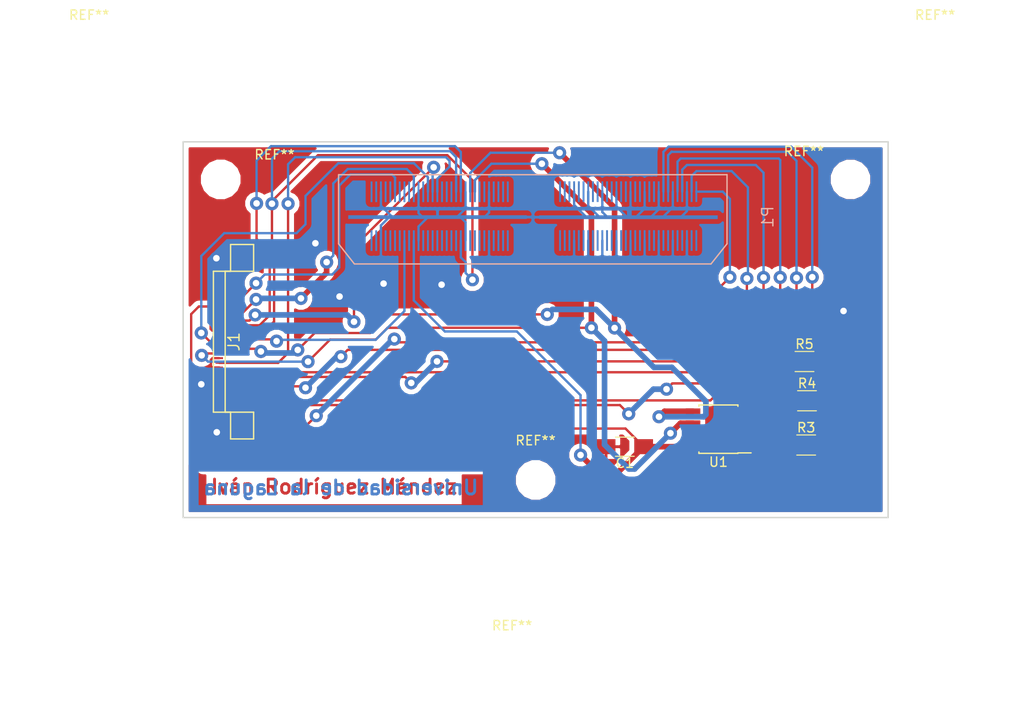
<source format=kicad_pcb>
(kicad_pcb (version 4) (host pcbnew 4.0.7-e2-6376~60~ubuntu17.10.1)

  (general
    (links 66)
    (no_connects 0)
    (area 54.899999 44.899999 155.100001 120.100001)
    (thickness 1.6)
    (drawings 12)
    (tracks 407)
    (zones 0)
    (modules 13)
    (nets 22)
  )

  (page A4)
  (title_block
    (title "Módulo Puente Vías 1.4/0.7 mm")
    (date 2018-04-05)
    (rev "Rev 1.0")
    (company "Universidad de la Laguna")
    (comment 1 "Iván Rodríguez Méndez")
    (comment 2 "Máster en Ingeniería Industrial")
  )

  (layers
    (0 F.Cu signal)
    (31 B.Cu signal)
    (32 B.Adhes user)
    (33 F.Adhes user)
    (34 B.Paste user)
    (35 F.Paste user)
    (36 B.SilkS user)
    (37 F.SilkS user)
    (38 B.Mask user)
    (39 F.Mask user)
    (40 Dwgs.User user)
    (41 Cmts.User user)
    (42 Eco1.User user)
    (43 Eco2.User user)
    (44 Edge.Cuts user)
    (45 Margin user)
    (46 B.CrtYd user)
    (47 F.CrtYd user)
    (48 B.Fab user)
    (49 F.Fab user)
  )

  (setup
    (last_trace_width 0.25)
    (user_trace_width 0.3)
    (user_trace_width 0.4)
    (user_trace_width 0.5)
    (user_trace_width 0.6)
    (user_trace_width 0.7)
    (user_trace_width 0.8)
    (trace_clearance 0.2)
    (zone_clearance 0.508)
    (zone_45_only no)
    (trace_min 0.2)
    (segment_width 0.2)
    (edge_width 0.15)
    (via_size 0.6)
    (via_drill 0.4)
    (via_min_size 0.4)
    (via_min_drill 0.3)
    (user_via 0.6 0.3)
    (user_via 0.8 0.4)
    (user_via 1 0.5)
    (user_via 1.2 0.6)
    (user_via 1.4 0.7)
    (user_via 1.6 0.8)
    (uvia_size 0.3)
    (uvia_drill 0.1)
    (uvias_allowed no)
    (uvia_min_size 0.2)
    (uvia_min_drill 0.1)
    (pcb_text_width 0.3)
    (pcb_text_size 1.5 1.5)
    (mod_edge_width 0.15)
    (mod_text_size 1 1)
    (mod_text_width 0.15)
    (pad_size 4 4)
    (pad_drill 3.2)
    (pad_to_mask_clearance 0.2)
    (aux_axis_origin 55.01894 119.98706)
    (visible_elements FFFFFF7F)
    (pcbplotparams
      (layerselection 0x01200_80000001)
      (usegerberextensions false)
      (excludeedgelayer true)
      (linewidth 0.100000)
      (plotframeref false)
      (viasonmask false)
      (mode 1)
      (useauxorigin true)
      (hpglpennumber 1)
      (hpglpenspeed 20)
      (hpglpendiameter 15)
      (hpglpenoverlay 2)
      (psnegative false)
      (psa4output false)
      (plotreference true)
      (plotvalue true)
      (plotinvisibletext false)
      (padsonsilk false)
      (subtractmaskfromsilk false)
      (outputformat 1)
      (mirror false)
      (drillshape 0)
      (scaleselection 1)
      (outputdirectory Fabricación/))
  )

  (net 0 "")
  (net 1 GND)
  (net 2 CON_CSI_D1_P)
  (net 3 CON_CSI_D1_N)
  (net 4 CON_CSI_D0_P)
  (net 5 CON_CSI_CLK_P)
  (net 6 CON_CSI_CLK_N)
  (net 7 CAM_I2C_SCL)
  (net 8 CAM_I2C_SDA)
  (net 9 FLASH_STROBE)
  (net 10 AVDD_CAM)
  (net 11 AF_VDD)
  (net 12 DVDD_CAM_IO_1V2)
  (net 13 DVDD_CAM_IO_1V8)
  (net 14 VDD_5V0_IO_SYS)
  (net 15 "Net-(R3-Pad1)")
  (net 16 "Net-(R4-Pad1)")
  (net 17 "Net-(R5-Pad1)")
  (net 18 CON_CSI_D0_N)
  (net 19 CAM0_MCLK)
  (net 20 CAM0_PWDN)
  (net 21 CAM0_RST_L)

  (net_class Default "Esta es la clase de red por defecto."
    (clearance 0.2)
    (trace_width 0.25)
    (via_dia 0.6)
    (via_drill 0.4)
    (uvia_dia 0.3)
    (uvia_drill 0.1)
    (add_net AF_VDD)
    (add_net AVDD_CAM)
    (add_net CAM0_MCLK)
    (add_net CAM0_PWDN)
    (add_net CAM0_RST_L)
    (add_net CAM_I2C_SCL)
    (add_net CAM_I2C_SDA)
    (add_net CON_CSI_CLK_N)
    (add_net CON_CSI_CLK_P)
    (add_net CON_CSI_D0_N)
    (add_net CON_CSI_D0_P)
    (add_net CON_CSI_D1_N)
    (add_net CON_CSI_D1_P)
    (add_net DVDD_CAM_IO_1V2)
    (add_net DVDD_CAM_IO_1V8)
    (add_net FLASH_STROBE)
    (add_net GND)
    (add_net "Net-(R3-Pad1)")
    (add_net "Net-(R4-Pad1)")
    (add_net "Net-(R5-Pad1)")
    (add_net VDD_5V0_IO_SYS)
  )

  (module Mounting_Holes:MountingHole_3.2mm_M3 (layer F.Cu) (tedit 5A84300D) (tstamp 5A8C8A69)
    (at 74 64)
    (descr "Mounting Hole 3.2mm, no annular, M3")
    (tags "mounting hole 3.2mm no annular m3")
    (fp_text reference REF** (at 5.7306 -2.6336) (layer F.SilkS)
      (effects (font (size 1 1) (thickness 0.15)))
    )
    (fp_text value MountingHole_3.2mm_M3 (at 5.629 4.4022) (layer F.Fab)
      (effects (font (size 1 1) (thickness 0.15)))
    )
    (fp_circle (center 0 0) (end 3.2 0) (layer Cmts.User) (width 0.15))
    (fp_circle (center 0 0) (end 3.45 0) (layer F.CrtYd) (width 0.05))
    (pad 1 np_thru_hole circle (at 0 0) (size 3.2 3.2) (drill 3.2) (layers *.Cu *.Mask))
  )

  (module Mounting_Holes:MountingHole_3.2mm_M3 (layer F.Cu) (tedit 5A887DFB) (tstamp 5A8C8AB9)
    (at 107.5 96)
    (descr "Mounting Hole 3.2mm, no annular, M3")
    (tags "mounting hole 3.2mm no annular m3")
    (fp_text reference REF** (at 0 -4.2) (layer F.SilkS)
      (effects (font (size 1 1) (thickness 0.15)))
    )
    (fp_text value MountingHole_3.2mm_M3 (at 0.069 5.31044) (layer F.Fab)
      (effects (font (size 1 1) (thickness 0.15)))
    )
    (fp_circle (center 0 0) (end 3.2 0) (layer Cmts.User) (width 0.15))
    (fp_circle (center 0 0) (end 3.45 0) (layer F.CrtYd) (width 0.05))
    (pad 1 np_thru_hole circle (at 0 0) (size 3.2 3.2) (drill 3.2) (layers *.Cu *.Mask))
  )

  (module Mounting_Holes:MountingHole_3.2mm_M3 (layer F.Cu) (tedit 5A8430F6) (tstamp 5A8C8AC6)
    (at 141 64)
    (descr "Mounting Hole 3.2mm, no annular, M3")
    (tags "mounting hole 3.2mm no annular m3")
    (fp_text reference REF** (at -4.9576 -2.9892) (layer F.SilkS)
      (effects (font (size 1 1) (thickness 0.15)))
    )
    (fp_text value MountingHole_3.2mm_M3 (at -6.126 4.5546) (layer F.Fab)
      (effects (font (size 1 1) (thickness 0.15)))
    )
    (fp_circle (center 0 0) (end 3.2 0) (layer Cmts.User) (width 0.15))
    (fp_circle (center 0 0) (end 3.45 0) (layer F.CrtYd) (width 0.05))
    (pad 1 np_thru_hole circle (at 0 0) (size 3.2 3.2) (drill 3.2) (layers *.Cu *.Mask))
  )

  (module Capacitors_SMD:C_1206_HandSoldering (layer F.Cu) (tedit 58AA84D1) (tstamp 5AD6DA34)
    (at 116.9924 92.456 180)
    (descr "Capacitor SMD 1206, hand soldering")
    (tags "capacitor 1206")
    (path /5A8372A7)
    (attr smd)
    (fp_text reference C1 (at 0 -1.75 180) (layer F.SilkS)
      (effects (font (size 1 1) (thickness 0.15)))
    )
    (fp_text value 0.1uF (at 0 2 180) (layer F.Fab)
      (effects (font (size 1 1) (thickness 0.15)))
    )
    (fp_text user %R (at 0 -1.75 180) (layer F.Fab)
      (effects (font (size 1 1) (thickness 0.15)))
    )
    (fp_line (start -1.6 0.8) (end -1.6 -0.8) (layer F.Fab) (width 0.1))
    (fp_line (start 1.6 0.8) (end -1.6 0.8) (layer F.Fab) (width 0.1))
    (fp_line (start 1.6 -0.8) (end 1.6 0.8) (layer F.Fab) (width 0.1))
    (fp_line (start -1.6 -0.8) (end 1.6 -0.8) (layer F.Fab) (width 0.1))
    (fp_line (start 1 -1.02) (end -1 -1.02) (layer F.SilkS) (width 0.12))
    (fp_line (start -1 1.02) (end 1 1.02) (layer F.SilkS) (width 0.12))
    (fp_line (start -3.25 -1.05) (end 3.25 -1.05) (layer F.CrtYd) (width 0.05))
    (fp_line (start -3.25 -1.05) (end -3.25 1.05) (layer F.CrtYd) (width 0.05))
    (fp_line (start 3.25 1.05) (end 3.25 -1.05) (layer F.CrtYd) (width 0.05))
    (fp_line (start 3.25 1.05) (end -3.25 1.05) (layer F.CrtYd) (width 0.05))
    (pad 1 smd rect (at -2 0 180) (size 2 1.6) (layers F.Cu F.Paste F.Mask)
      (net 13 DVDD_CAM_IO_1V8))
    (pad 2 smd rect (at 2 0 180) (size 2 1.6) (layers F.Cu F.Paste F.Mask)
      (net 1 GND))
    (model Capacitors_SMD.3dshapes/C_1206.wrl
      (at (xyz 0 0 0))
      (scale (xyz 1 1 1))
      (rotate (xyz 0 0 0))
    )
  )

  (module Resistors_SMD:R_1206_HandSoldering (layer F.Cu) (tedit 58E0A804) (tstamp 5AD6DB95)
    (at 136.1059 83.3882)
    (descr "Resistor SMD 1206, hand soldering")
    (tags "resistor 1206")
    (path /5A838422)
    (attr smd)
    (fp_text reference R5 (at 0 -1.85) (layer F.SilkS)
      (effects (font (size 1 1) (thickness 0.15)))
    )
    (fp_text value 4,7k (at 0 1.9) (layer F.Fab)
      (effects (font (size 1 1) (thickness 0.15)))
    )
    (fp_text user %R (at 0 0) (layer F.Fab)
      (effects (font (size 0.7 0.7) (thickness 0.105)))
    )
    (fp_line (start -1.6 0.8) (end -1.6 -0.8) (layer F.Fab) (width 0.1))
    (fp_line (start 1.6 0.8) (end -1.6 0.8) (layer F.Fab) (width 0.1))
    (fp_line (start 1.6 -0.8) (end 1.6 0.8) (layer F.Fab) (width 0.1))
    (fp_line (start -1.6 -0.8) (end 1.6 -0.8) (layer F.Fab) (width 0.1))
    (fp_line (start 1 1.07) (end -1 1.07) (layer F.SilkS) (width 0.12))
    (fp_line (start -1 -1.07) (end 1 -1.07) (layer F.SilkS) (width 0.12))
    (fp_line (start -3.25 -1.11) (end 3.25 -1.11) (layer F.CrtYd) (width 0.05))
    (fp_line (start -3.25 -1.11) (end -3.25 1.1) (layer F.CrtYd) (width 0.05))
    (fp_line (start 3.25 1.1) (end 3.25 -1.11) (layer F.CrtYd) (width 0.05))
    (fp_line (start 3.25 1.1) (end -3.25 1.1) (layer F.CrtYd) (width 0.05))
    (pad 1 smd rect (at -2 0) (size 2 1.7) (layers F.Cu F.Paste F.Mask)
      (net 17 "Net-(R5-Pad1)"))
    (pad 2 smd rect (at 2 0) (size 2 1.7) (layers F.Cu F.Paste F.Mask)
      (net 13 DVDD_CAM_IO_1V8))
    (model ${KISYS3DMOD}/Resistors_SMD.3dshapes/R_1206.wrl
      (at (xyz 0 0 0))
      (scale (xyz 1 1 1))
      (rotate (xyz 0 0 0))
    )
  )

  (module Resistors_SMD:R_1206_HandSoldering (layer F.Cu) (tedit 58E0A804) (tstamp 5AD6DB85)
    (at 136.3726 87.5665)
    (descr "Resistor SMD 1206, hand soldering")
    (tags "resistor 1206")
    (path /5A838127)
    (attr smd)
    (fp_text reference R4 (at 0 -1.85) (layer F.SilkS)
      (effects (font (size 1 1) (thickness 0.15)))
    )
    (fp_text value 4,7k (at 0 1.9) (layer F.Fab)
      (effects (font (size 1 1) (thickness 0.15)))
    )
    (fp_text user %R (at 0 0) (layer F.Fab)
      (effects (font (size 0.7 0.7) (thickness 0.105)))
    )
    (fp_line (start -1.6 0.8) (end -1.6 -0.8) (layer F.Fab) (width 0.1))
    (fp_line (start 1.6 0.8) (end -1.6 0.8) (layer F.Fab) (width 0.1))
    (fp_line (start 1.6 -0.8) (end 1.6 0.8) (layer F.Fab) (width 0.1))
    (fp_line (start -1.6 -0.8) (end 1.6 -0.8) (layer F.Fab) (width 0.1))
    (fp_line (start 1 1.07) (end -1 1.07) (layer F.SilkS) (width 0.12))
    (fp_line (start -1 -1.07) (end 1 -1.07) (layer F.SilkS) (width 0.12))
    (fp_line (start -3.25 -1.11) (end 3.25 -1.11) (layer F.CrtYd) (width 0.05))
    (fp_line (start -3.25 -1.11) (end -3.25 1.1) (layer F.CrtYd) (width 0.05))
    (fp_line (start 3.25 1.1) (end 3.25 -1.11) (layer F.CrtYd) (width 0.05))
    (fp_line (start 3.25 1.1) (end -3.25 1.1) (layer F.CrtYd) (width 0.05))
    (pad 1 smd rect (at -2 0) (size 2 1.7) (layers F.Cu F.Paste F.Mask)
      (net 16 "Net-(R4-Pad1)"))
    (pad 2 smd rect (at 2 0) (size 2 1.7) (layers F.Cu F.Paste F.Mask)
      (net 1 GND))
    (model ${KISYS3DMOD}/Resistors_SMD.3dshapes/R_1206.wrl
      (at (xyz 0 0 0))
      (scale (xyz 1 1 1))
      (rotate (xyz 0 0 0))
    )
  )

  (module Resistors_SMD:R_1206_HandSoldering (layer F.Cu) (tedit 58E0A804) (tstamp 5AD6DB75)
    (at 136.2837 92.2782)
    (descr "Resistor SMD 1206, hand soldering")
    (tags "resistor 1206")
    (path /5A838084)
    (attr smd)
    (fp_text reference R3 (at 0 -1.85) (layer F.SilkS)
      (effects (font (size 1 1) (thickness 0.15)))
    )
    (fp_text value 4,7k (at 0 1.9) (layer F.Fab)
      (effects (font (size 1 1) (thickness 0.15)))
    )
    (fp_text user %R (at 0 0) (layer F.Fab)
      (effects (font (size 0.7 0.7) (thickness 0.105)))
    )
    (fp_line (start -1.6 0.8) (end -1.6 -0.8) (layer F.Fab) (width 0.1))
    (fp_line (start 1.6 0.8) (end -1.6 0.8) (layer F.Fab) (width 0.1))
    (fp_line (start 1.6 -0.8) (end 1.6 0.8) (layer F.Fab) (width 0.1))
    (fp_line (start -1.6 -0.8) (end 1.6 -0.8) (layer F.Fab) (width 0.1))
    (fp_line (start 1 1.07) (end -1 1.07) (layer F.SilkS) (width 0.12))
    (fp_line (start -1 -1.07) (end 1 -1.07) (layer F.SilkS) (width 0.12))
    (fp_line (start -3.25 -1.11) (end 3.25 -1.11) (layer F.CrtYd) (width 0.05))
    (fp_line (start -3.25 -1.11) (end -3.25 1.1) (layer F.CrtYd) (width 0.05))
    (fp_line (start 3.25 1.1) (end 3.25 -1.11) (layer F.CrtYd) (width 0.05))
    (fp_line (start 3.25 1.1) (end -3.25 1.1) (layer F.CrtYd) (width 0.05))
    (pad 1 smd rect (at -2 0) (size 2 1.7) (layers F.Cu F.Paste F.Mask)
      (net 15 "Net-(R3-Pad1)"))
    (pad 2 smd rect (at 2 0) (size 2 1.7) (layers F.Cu F.Paste F.Mask)
      (net 1 GND))
    (model ${KISYS3DMOD}/Resistors_SMD.3dshapes/R_1206.wrl
      (at (xyz 0 0 0))
      (scale (xyz 1 1 1))
      (rotate (xyz 0 0 0))
    )
  )

  (module I-PEX-30:Molex-FPC_30 (layer F.Cu) (tedit 0) (tstamp 5AD6DA44)
    (at 73.84796 81.28 90)
    (path /5A8347D5)
    (fp_text reference J1 (at 0 1.55 90) (layer F.SilkS)
      (effects (font (size 1.2 1.2) (thickness 0.15)))
    )
    (fp_text value Conn_01x30 (at 0 2.9 90) (layer F.Fab)
      (effects (font (size 1.2 1.2) (thickness 0.15)))
    )
    (fp_line (start -7.5 -0.625) (end 7.5 -0.625) (layer F.SilkS) (width 0.15))
    (fp_line (start -7.5 0.625) (end 7.5 0.625) (layer F.SilkS) (width 0.15))
    (fp_line (start -7.5 0.625) (end -7.5 3.65) (layer F.SilkS) (width 0.15))
    (fp_line (start 7.5 0.625) (end 7.5 3.65) (layer F.SilkS) (width 0.15))
    (fp_line (start -7.5 3.65) (end -10.35 3.65) (layer F.SilkS) (width 0.15))
    (fp_line (start 7.5 3.65) (end 10.35 3.65) (layer F.SilkS) (width 0.15))
    (fp_line (start -10.35 3.65) (end -10.35 1.2) (layer F.SilkS) (width 0.15))
    (fp_line (start 10.35 3.65) (end 10.35 1.2) (layer F.SilkS) (width 0.15))
    (fp_line (start -10.35 1.2) (end -7.5 1.2) (layer F.SilkS) (width 0.15))
    (fp_line (start 10.35 1.2) (end 7.5 1.2) (layer F.SilkS) (width 0.15))
    (fp_line (start -7.5 1.2) (end -7.5 -0.625) (layer F.SilkS) (width 0.15))
    (fp_line (start 7.5 1.2) (end 7.5 -0.625) (layer F.SilkS) (width 0.15))
    (pad 1 smd rect (at -7.25 0 90) (size 0.2 0.8) (layers F.Cu F.Paste F.Mask)
      (net 1 GND))
    (pad 2 smd rect (at -6.75 0 90) (size 0.2 0.8) (layers F.Cu F.Paste F.Mask)
      (net 2 CON_CSI_D1_P))
    (pad 3 smd rect (at -6.25 0 90) (size 0.2 0.8) (layers F.Cu F.Paste F.Mask)
      (net 3 CON_CSI_D1_N))
    (pad 4 smd rect (at -5.75 0 90) (size 0.2 0.8) (layers F.Cu F.Paste F.Mask)
      (net 1 GND))
    (pad 5 smd rect (at -5.25 0 90) (size 0.2 0.8) (layers F.Cu F.Paste F.Mask)
      (net 4 CON_CSI_D0_P))
    (pad 6 smd rect (at -4.75 0 90) (size 0.2 0.8) (layers F.Cu F.Paste F.Mask)
      (net 18 CON_CSI_D0_N))
    (pad 7 smd rect (at -4.25 0 90) (size 0.2 0.8) (layers F.Cu F.Paste F.Mask)
      (net 1 GND))
    (pad 8 smd rect (at -3.75 0 90) (size 0.2 0.8) (layers F.Cu F.Paste F.Mask)
      (net 5 CON_CSI_CLK_P))
    (pad 9 smd rect (at -3.25 0 90) (size 0.2 0.8) (layers F.Cu F.Paste F.Mask)
      (net 6 CON_CSI_CLK_N))
    (pad 10 smd rect (at -2.75 0 90) (size 0.2 0.8) (layers F.Cu F.Paste F.Mask)
      (net 1 GND))
    (pad 11 smd rect (at -2.25 0 90) (size 0.2 0.8) (layers F.Cu F.Paste F.Mask)
      (net 19 CAM0_MCLK))
    (pad 12 smd rect (at -1.75 0 90) (size 0.2 0.8) (layers F.Cu F.Paste F.Mask)
      (net 1 GND))
    (pad 13 smd rect (at -1.25 0 90) (size 0.2 0.8) (layers F.Cu F.Paste F.Mask)
      (net 7 CAM_I2C_SCL))
    (pad 14 smd rect (at -0.75 0 90) (size 0.2 0.8) (layers F.Cu F.Paste F.Mask)
      (net 8 CAM_I2C_SDA))
    (pad 15 smd rect (at -0.25 0 90) (size 0.2 0.8) (layers F.Cu F.Paste F.Mask)
      (net 21 CAM0_RST_L))
    (pad 16 smd rect (at 0.25 0 90) (size 0.2 0.8) (layers F.Cu F.Paste F.Mask)
      (net 9 FLASH_STROBE))
    (pad 17 smd rect (at 0.75 0 90) (size 0.2 0.8) (layers F.Cu F.Paste F.Mask)
      (net 10 AVDD_CAM))
    (pad 18 smd rect (at 1.25 0 90) (size 0.2 0.8) (layers F.Cu F.Paste F.Mask)
      (net 1 GND))
    (pad 19 smd rect (at 1.75 0 90) (size 0.2 0.8) (layers F.Cu F.Paste F.Mask)
      (net 11 AF_VDD))
    (pad 20 smd rect (at 2.25 0 90) (size 0.2 0.8) (layers F.Cu F.Paste F.Mask)
      (net 20 CAM0_PWDN))
    (pad 21 smd rect (at 2.75 0 90) (size 0.2 0.8) (layers F.Cu F.Paste F.Mask)
      (net 12 DVDD_CAM_IO_1V2))
    (pad 22 smd rect (at 3.25 0 90) (size 0.2 0.8) (layers F.Cu F.Paste F.Mask)
      (net 1 GND))
    (pad 23 smd rect (at 3.75 0 90) (size 0.2 0.8) (layers F.Cu F.Paste F.Mask)
      (net 13 DVDD_CAM_IO_1V8))
    (pad 24 smd rect (at 4.25 0 90) (size 0.2 0.8) (layers F.Cu F.Paste F.Mask)
      (net 1 GND))
    (pad 25 smd rect (at 4.75 0 90) (size 0.2 0.8) (layers F.Cu F.Paste F.Mask)
      (net 14 VDD_5V0_IO_SYS))
    (pad 26 smd rect (at 5.25 0 90) (size 0.2 0.8) (layers F.Cu F.Paste F.Mask))
    (pad 27 smd rect (at 5.75 0 90) (size 0.2 0.8) (layers F.Cu F.Paste F.Mask))
    (pad 28 smd rect (at 6.25 0 90) (size 0.2 0.8) (layers F.Cu F.Paste F.Mask))
    (pad 29 smd rect (at 6.75 0 90) (size 0.2 0.8) (layers F.Cu F.Paste F.Mask))
    (pad 30 smd rect (at 7.25 0 90) (size 0.2 0.8) (layers F.Cu F.Paste F.Mask))
    (pad 0 smd rect (at -9.15 2.5 90) (size 1.5 2) (layers F.Cu F.Paste F.Mask))
    (pad 0 smd rect (at 9.15 2.5 90) (size 1.5 2) (layers F.Cu F.Paste F.Mask))
    (model "../../../../../home/ivan/tfm_ivan/3D/Modelos FreeCAD/Conectores/Molex 30-p/Molex-30p.wrl"
      (at (xyz 0 0 0))
      (scale (xyz 0.394 0.394 0.394))
      (rotate (xyz -90 0 0))
    )
  )

  (module QTH-060-01-H-D-A:QTH-060-01-H-D-A (layer B.Cu) (tedit 5AAFAF56) (tstamp 5AD6DAC7)
    (at 107.2 68 180)
    (path /5A8341DF)
    (fp_text reference P1 (at -24.9936 0 450) (layer B.SilkS)
      (effects (font (size 1.2 1.2) (thickness 0.15)) (justify mirror))
    )
    (fp_text value QTH-060-01-H-D-A (at -3.65125 0.05715 360) (layer B.Fab)
      (effects (font (size 1.2 1.2) (thickness 0.15)) (justify mirror))
    )
    (fp_line (start 18.9865 -4.9911) (end 20.6629 -2.8575) (layer B.SilkS) (width 0.15))
    (fp_line (start 20.6629 4.4958) (end 20.6629 -2.8575) (layer B.SilkS) (width 0.15))
    (fp_line (start -20.6629 4.5085) (end -20.6629 -2.8575) (layer B.SilkS) (width 0.15))
    (fp_line (start -20.6629 -2.8575) (end -18.9611 -5) (layer B.SilkS) (width 0.15))
    (fp_line (start -18.9611 -5) (end 18.9611 -5) (layer B.SilkS) (width 0.15))
    (fp_line (start -20.655 4.5) (end 20.655 4.5) (layer B.SilkS) (width 0.15))
    (pad 2 smd rect (at -17.39795 -2.50475) (size 0.2 2.2) (layers B.Cu B.Paste B.Mask))
    (pad 1 smd rect (at -17.39795 2.69525) (size 0.2 2.2) (layers B.Cu B.Paste B.Mask)
      (net 4 CON_CSI_D0_P))
    (pad 4 smd rect (at -16.89795 -2.50475) (size 0.2 2.2) (layers B.Cu B.Paste B.Mask))
    (pad 3 smd rect (at -16.89795 2.69525) (size 0.2 2.2) (layers B.Cu B.Paste B.Mask)
      (net 18 CON_CSI_D0_N))
    (pad 6 smd rect (at -16.39795 -2.50475) (size 0.2 2.2) (layers B.Cu B.Paste B.Mask)
      (net 1 GND))
    (pad 5 smd rect (at -16.39795 2.69525) (size 0.2 2.2) (layers B.Cu B.Paste B.Mask)
      (net 1 GND))
    (pad 8 smd rect (at -15.89795 -2.50475) (size 0.2 2.2) (layers B.Cu B.Paste B.Mask))
    (pad 7 smd rect (at -15.89795 2.69525) (size 0.2 2.2) (layers B.Cu B.Paste B.Mask)
      (net 5 CON_CSI_CLK_P))
    (pad 10 smd rect (at -15.39795 -2.50475) (size 0.2 2.2) (layers B.Cu B.Paste B.Mask))
    (pad 9 smd rect (at -15.39795 2.69525) (size 0.2 2.2) (layers B.Cu B.Paste B.Mask)
      (net 6 CON_CSI_CLK_N))
    (pad 12 smd rect (at -14.89795 -2.50475) (size 0.2 2.2) (layers B.Cu B.Paste B.Mask)
      (net 1 GND))
    (pad 11 smd rect (at -14.89795 2.69525) (size 0.2 2.2) (layers B.Cu B.Paste B.Mask)
      (net 1 GND))
    (pad 14 smd rect (at -14.39795 -2.50475) (size 0.2 2.2) (layers B.Cu B.Paste B.Mask))
    (pad 13 smd rect (at -14.39795 2.69525) (size 0.2 2.2) (layers B.Cu B.Paste B.Mask)
      (net 2 CON_CSI_D1_P))
    (pad 16 smd rect (at -13.89795 -2.50475) (size 0.2 2.2) (layers B.Cu B.Paste B.Mask))
    (pad 15 smd rect (at -13.89795 2.69525) (size 0.2 2.2) (layers B.Cu B.Paste B.Mask)
      (net 3 CON_CSI_D1_N))
    (pad 18 smd rect (at -13.39795 -2.50475) (size 0.2 2.2) (layers B.Cu B.Paste B.Mask)
      (net 1 GND))
    (pad 17 smd rect (at -13.39795 2.69525) (size 0.2 2.2) (layers B.Cu B.Paste B.Mask)
      (net 1 GND))
    (pad 20 smd rect (at -12.89795 -2.50475) (size 0.2 2.2) (layers B.Cu B.Paste B.Mask))
    (pad 19 smd rect (at -12.89795 2.69525) (size 0.2 2.2) (layers B.Cu B.Paste B.Mask))
    (pad 22 smd rect (at -12.39795 -2.50475) (size 0.2 2.2) (layers B.Cu B.Paste B.Mask))
    (pad 21 smd rect (at -12.39795 2.69525) (size 0.2 2.2) (layers B.Cu B.Paste B.Mask))
    (pad 24 smd rect (at -11.89795 -2.50475) (size 0.2 2.2) (layers B.Cu B.Paste B.Mask)
      (net 1 GND))
    (pad 23 smd rect (at -11.89795 2.69525) (size 0.2 2.2) (layers B.Cu B.Paste B.Mask)
      (net 1 GND))
    (pad 26 smd rect (at -11.39795 -2.50475) (size 0.2 2.2) (layers B.Cu B.Paste B.Mask))
    (pad 25 smd rect (at -11.39795 2.69525) (size 0.2 2.2) (layers B.Cu B.Paste B.Mask))
    (pad 28 smd rect (at -10.89795 -2.50475) (size 0.2 2.2) (layers B.Cu B.Paste B.Mask))
    (pad 27 smd rect (at -10.89795 2.69525) (size 0.2 2.2) (layers B.Cu B.Paste B.Mask))
    (pad 30 smd rect (at -10.39795 -2.50475) (size 0.2 2.2) (layers B.Cu B.Paste B.Mask)
      (net 1 GND))
    (pad 29 smd rect (at -10.39795 2.69525) (size 0.2 2.2) (layers B.Cu B.Paste B.Mask)
      (net 1 GND))
    (pad 32 smd rect (at -9.89795 -2.50475) (size 0.2 2.2) (layers B.Cu B.Paste B.Mask))
    (pad 31 smd rect (at -9.89795 2.69525) (size 0.2 2.2) (layers B.Cu B.Paste B.Mask))
    (pad 34 smd rect (at -9.39795 -2.50475) (size 0.2 2.2) (layers B.Cu B.Paste B.Mask))
    (pad 33 smd rect (at -9.39795 2.69525) (size 0.2 2.2) (layers B.Cu B.Paste B.Mask))
    (pad 36 smd rect (at -8.89795 -2.50475) (size 0.2 2.2) (layers B.Cu B.Paste B.Mask)
      (net 1 GND))
    (pad 35 smd rect (at -8.89795 2.69525) (size 0.2 2.2) (layers B.Cu B.Paste B.Mask)
      (net 1 GND))
    (pad 38 smd rect (at -8.39795 -2.50475) (size 0.2 2.2) (layers B.Cu B.Paste B.Mask))
    (pad 37 smd rect (at -8.39795 2.69525) (size 0.2 2.2) (layers B.Cu B.Paste B.Mask))
    (pad 40 smd rect (at -7.89795 -2.50475) (size 0.2 2.2) (layers B.Cu B.Paste B.Mask))
    (pad 39 smd rect (at -7.89795 2.69525) (size 0.2 2.2) (layers B.Cu B.Paste B.Mask))
    (pad 42 smd rect (at -7.39795 -2.50475) (size 0.2 2.2) (layers B.Cu B.Paste B.Mask)
      (net 1 GND))
    (pad 41 smd rect (at -7.39795 2.69525) (size 0.2 2.2) (layers B.Cu B.Paste B.Mask)
      (net 1 GND))
    (pad 44 smd rect (at -6.89795 -2.50475) (size 0.2 2.2) (layers B.Cu B.Paste B.Mask))
    (pad 43 smd rect (at -6.89795 2.69525) (size 0.2 2.2) (layers B.Cu B.Paste B.Mask))
    (pad 46 smd rect (at -6.39795 -2.50475) (size 0.2 2.2) (layers B.Cu B.Paste B.Mask))
    (pad 45 smd rect (at -6.39795 2.69525) (size 0.2 2.2) (layers B.Cu B.Paste B.Mask))
    (pad 48 smd rect (at -5.89795 -2.50475) (size 0.2 2.2) (layers B.Cu B.Paste B.Mask)
      (net 1 GND))
    (pad 47 smd rect (at -5.89795 2.69525) (size 0.2 2.2) (layers B.Cu B.Paste B.Mask)
      (net 1 GND))
    (pad 50 smd rect (at -5.39795 -2.50475) (size 0.2 2.2) (layers B.Cu B.Paste B.Mask))
    (pad 49 smd rect (at -5.39795 2.69525) (size 0.2 2.2) (layers B.Cu B.Paste B.Mask))
    (pad 52 smd rect (at -4.89795 -2.50475) (size 0.2 2.2) (layers B.Cu B.Paste B.Mask))
    (pad 51 smd rect (at -4.89795 2.69525) (size 0.2 2.2) (layers B.Cu B.Paste B.Mask))
    (pad 54 smd rect (at -4.39795 -2.50475) (size 0.2 2.2) (layers B.Cu B.Paste B.Mask)
      (net 1 GND))
    (pad 53 smd rect (at -4.39795 2.69525) (size 0.2 2.2) (layers B.Cu B.Paste B.Mask)
      (net 1 GND))
    (pad 56 smd rect (at -3.89795 -2.50475) (size 0.2 2.2) (layers B.Cu B.Paste B.Mask))
    (pad 55 smd rect (at -3.89795 2.69525) (size 0.2 2.2) (layers B.Cu B.Paste B.Mask))
    (pad 58 smd rect (at -3.39795 -2.50475) (size 0.2 2.2) (layers B.Cu B.Paste B.Mask))
    (pad 57 smd rect (at -3.39795 2.69525) (size 0.2 2.2) (layers B.Cu B.Paste B.Mask))
    (pad 60 smd rect (at -2.89795 -2.50475) (size 0.2 2.2) (layers B.Cu B.Paste B.Mask))
    (pad 59 smd rect (at -2.89795 2.69525) (size 0.2 2.2) (layers B.Cu B.Paste B.Mask))
    (pad 62 smd rect (at 2.65665 -2.51745) (size 0.2 2.2) (layers B.Cu B.Paste B.Mask))
    (pad 61 smd rect (at 2.65665 2.68255) (size 0.2 2.2) (layers B.Cu B.Paste B.Mask))
    (pad 64 smd rect (at 3.15665 -2.51745) (size 0.2 2.2) (layers B.Cu B.Paste B.Mask))
    (pad 63 smd rect (at 3.15665 2.68255) (size 0.2 2.2) (layers B.Cu B.Paste B.Mask))
    (pad 66 smd rect (at 3.65665 -2.51745) (size 0.2 2.2) (layers B.Cu B.Paste B.Mask))
    (pad 65 smd rect (at 3.65665 2.68255) (size 0.2 2.2) (layers B.Cu B.Paste B.Mask))
    (pad 68 smd rect (at 4.15665 -2.51745) (size 0.2 2.2) (layers B.Cu B.Paste B.Mask))
    (pad 67 smd rect (at 4.15665 2.68255) (size 0.2 2.2) (layers B.Cu B.Paste B.Mask))
    (pad 70 smd rect (at 4.65665 -2.51745) (size 0.2 2.2) (layers B.Cu B.Paste B.Mask)
      (net 1 GND))
    (pad 69 smd rect (at 4.65665 2.68255) (size 0.2 2.2) (layers B.Cu B.Paste B.Mask)
      (net 1 GND))
    (pad 72 smd rect (at 5.15665 -2.51745) (size 0.2 2.2) (layers B.Cu B.Paste B.Mask))
    (pad 71 smd rect (at 5.15665 2.68255) (size 0.2 2.2) (layers B.Cu B.Paste B.Mask))
    (pad 74 smd rect (at 5.65665 -2.51745) (size 0.2 2.2) (layers B.Cu B.Paste B.Mask))
    (pad 73 smd rect (at 5.65665 2.68255) (size 0.2 2.2) (layers B.Cu B.Paste B.Mask))
    (pad 76 smd rect (at 6.15665 -2.51745) (size 0.2 2.2) (layers B.Cu B.Paste B.Mask))
    (pad 75 smd rect (at 6.15665 2.68255) (size 0.2 2.2) (layers B.Cu B.Paste B.Mask)
      (net 7 CAM_I2C_SCL))
    (pad 78 smd rect (at 6.65665 -2.51745) (size 0.2 2.2) (layers B.Cu B.Paste B.Mask))
    (pad 77 smd rect (at 6.65665 2.68255) (size 0.2 2.2) (layers B.Cu B.Paste B.Mask)
      (net 8 CAM_I2C_SDA))
    (pad 80 smd rect (at 7.15665 -2.51745) (size 0.2 2.2) (layers B.Cu B.Paste B.Mask)
      (net 1 GND))
    (pad 79 smd rect (at 7.15665 2.68255) (size 0.2 2.2) (layers B.Cu B.Paste B.Mask)
      (net 1 GND))
    (pad 82 smd rect (at 7.65665 -2.51745) (size 0.2 2.2) (layers B.Cu B.Paste B.Mask)
      (net 10 AVDD_CAM))
    (pad 81 smd rect (at 7.65665 2.68255) (size 0.2 2.2) (layers B.Cu B.Paste B.Mask)
      (net 11 AF_VDD))
    (pad 84 smd rect (at 8.15665 -2.51745) (size 0.2 2.2) (layers B.Cu B.Paste B.Mask))
    (pad 83 smd rect (at 8.15665 2.68255) (size 0.2 2.2) (layers B.Cu B.Paste B.Mask)
      (net 10 AVDD_CAM))
    (pad 86 smd rect (at 8.65665 -2.51745) (size 0.2 2.2) (layers B.Cu B.Paste B.Mask))
    (pad 85 smd rect (at 8.65665 2.68255) (size 0.2 2.2) (layers B.Cu B.Paste B.Mask))
    (pad 88 smd rect (at 9.15665 -2.51745) (size 0.2 2.2) (layers B.Cu B.Paste B.Mask))
    (pad 87 smd rect (at 9.15665 2.68255) (size 0.2 2.2) (layers B.Cu B.Paste B.Mask))
    (pad 90 smd rect (at 9.65665 -2.51745) (size 0.2 2.2) (layers B.Cu B.Paste B.Mask))
    (pad 89 smd rect (at 9.65665 2.68255) (size 0.2 2.2) (layers B.Cu B.Paste B.Mask))
    (pad 92 smd rect (at 10.15665 -2.51745) (size 0.2 2.2) (layers B.Cu B.Paste B.Mask))
    (pad 91 smd rect (at 10.15665 2.68255) (size 0.2 2.2) (layers B.Cu B.Paste B.Mask)
      (net 19 CAM0_MCLK))
    (pad 94 smd rect (at 10.65665 -2.51745) (size 0.2 2.2) (layers B.Cu B.Paste B.Mask))
    (pad 93 smd rect (at 10.65665 2.68255) (size 0.2 2.2) (layers B.Cu B.Paste B.Mask)
      (net 20 CAM0_PWDN))
    (pad 96 smd rect (at 11.15665 -2.51745) (size 0.2 2.2) (layers B.Cu B.Paste B.Mask))
    (pad 95 smd rect (at 11.15665 2.68255) (size 0.2 2.2) (layers B.Cu B.Paste B.Mask)
      (net 21 CAM0_RST_L))
    (pad 98 smd rect (at 11.65665 -2.51745) (size 0.2 2.2) (layers B.Cu B.Paste B.Mask))
    (pad 97 smd rect (at 11.65665 2.68255) (size 0.2 2.2) (layers B.Cu B.Paste B.Mask))
    (pad 100 smd rect (at 12.15665 -2.51745) (size 0.2 2.2) (layers B.Cu B.Paste B.Mask)
      (net 1 GND))
    (pad 99 smd rect (at 12.15665 2.68255) (size 0.2 2.2) (layers B.Cu B.Paste B.Mask)
      (net 1 GND))
    (pad 102 smd rect (at 12.65665 -2.51745) (size 0.2 2.2) (layers B.Cu B.Paste B.Mask)
      (net 13 DVDD_CAM_IO_1V8))
    (pad 101 smd rect (at 12.65665 2.68255) (size 0.2 2.2) (layers B.Cu B.Paste B.Mask)
      (net 12 DVDD_CAM_IO_1V2))
    (pad 104 smd rect (at 13.15665 -2.51745) (size 0.2 2.2) (layers B.Cu B.Paste B.Mask))
    (pad 103 smd rect (at 13.15665 2.68255) (size 0.2 2.2) (layers B.Cu B.Paste B.Mask))
    (pad 106 smd rect (at 13.65665 -2.51745) (size 0.2 2.2) (layers B.Cu B.Paste B.Mask)
      (net 9 FLASH_STROBE))
    (pad 105 smd rect (at 13.65665 2.68255) (size 0.2 2.2) (layers B.Cu B.Paste B.Mask))
    (pad 108 smd rect (at 14.15665 -2.51745) (size 0.2 2.2) (layers B.Cu B.Paste B.Mask))
    (pad 107 smd rect (at 14.15665 2.68255) (size 0.2 2.2) (layers B.Cu B.Paste B.Mask))
    (pad 110 smd rect (at 14.65665 -2.51745) (size 0.2 2.2) (layers B.Cu B.Paste B.Mask))
    (pad 109 smd rect (at 14.65665 2.68255) (size 0.2 2.2) (layers B.Cu B.Paste B.Mask)
      (net 14 VDD_5V0_IO_SYS))
    (pad 112 smd rect (at 15.15665 -2.51745) (size 0.2 2.2) (layers B.Cu B.Paste B.Mask))
    (pad 111 smd rect (at 15.15665 2.68255) (size 0.2 2.2) (layers B.Cu B.Paste B.Mask))
    (pad 114 smd rect (at 15.65665 -2.51745) (size 0.2 2.2) (layers B.Cu B.Paste B.Mask))
    (pad 113 smd rect (at 15.65665 2.68255) (size 0.2 2.2) (layers B.Cu B.Paste B.Mask))
    (pad 116 smd rect (at 16.15665 -2.51745) (size 0.2 2.2) (layers B.Cu B.Paste B.Mask)
      (net 1 GND))
    (pad 115 smd rect (at 16.15665 2.68255) (size 0.2 2.2) (layers B.Cu B.Paste B.Mask)
      (net 1 GND))
    (pad 118 smd rect (at 16.65665 -2.51745) (size 0.2 2.2) (layers B.Cu B.Paste B.Mask))
    (pad 117 smd rect (at 16.65665 2.68255) (size 0.2 2.2) (layers B.Cu B.Paste B.Mask))
    (pad 120 smd rect (at 17.15665 -2.51745) (size 0.2 2.2) (layers B.Cu B.Paste B.Mask))
    (pad 119 smd rect (at 17.15665 2.68255) (size 0.2 2.2) (layers B.Cu B.Paste B.Mask))
    (pad 0 smd rect (at -10.1727 -0.0254 180) (size 19 0.4) (layers B.Cu B.Paste B.Mask)
      (net 1 GND))
    (pad 0 smd rect (at 10.1346 -0.0127 180) (size 19 0.4) (layers B.Cu B.Paste B.Mask)
      (net 1 GND))
    (model "../../../../../home/ivan/tfm_ivan/3D/Modelos FreeCAD/Conectores/QTH-060-04-F-D-A/QTH-060-01-F-D-A.wrl"
      (at (xyz -0.005 0 0))
      (scale (xyz 10 10 10))
      (rotate (xyz -90 0 0))
    )
    (model "../../../../../home/ivan/tfm_ivan/3D/Modelos FreeCAD/Conectores/QTH-060-04-F-D-A/QTH-060-01-F-D-A.wrl"
      (at (xyz 0 0 0))
      (scale (xyz 1 1 1))
      (rotate (xyz 0 0 0))
    )
    (model "../../../../../home/ivan/tfm_ivan/3D/Modelos FreeCAD/Conectores/QTH-060-04-F-D-A/QTH-060-01-F-D-A_V2.wrl"
      (at (xyz 0 0 0))
      (scale (xyz 1 1 1))
      (rotate (xyz 0 0 0))
    )
    (model "../../../../../home/ivan/tfm_ivan/3D/Modelos FreeCAD/Conectores/QTH-060-04-F-D-A/QTH-060-04-F-D-A.wrl"
      (at (xyz 0 0 0))
      (scale (xyz 1 1 1))
      (rotate (xyz 0 0 0))
    )
  )

  (module Housings_SOIC:SOIC-8_3.9x4.9mm_Pitch1.27mm (layer F.Cu) (tedit 58CD0CDA) (tstamp 5A8C8E2C)
    (at 126.9492 90.5891 180)
    (descr "8-Lead Plastic Small Outline (SN) - Narrow, 3.90 mm Body [SOIC] (see Microchip Packaging Specification 00000049BS.pdf)")
    (tags "SOIC 1.27")
    (path /5A836D8D)
    (attr smd)
    (fp_text reference U1 (at 0 -3.5 180) (layer F.SilkS)
      (effects (font (size 1 1) (thickness 0.15)))
    )
    (fp_text value AT24CS02-MAHM (at 0 3.5 180) (layer F.Fab)
      (effects (font (size 1 1) (thickness 0.15)))
    )
    (fp_text user %R (at 0 0 180) (layer F.Fab)
      (effects (font (size 1 1) (thickness 0.15)))
    )
    (fp_line (start -0.95 -2.45) (end 1.95 -2.45) (layer F.Fab) (width 0.1))
    (fp_line (start 1.95 -2.45) (end 1.95 2.45) (layer F.Fab) (width 0.1))
    (fp_line (start 1.95 2.45) (end -1.95 2.45) (layer F.Fab) (width 0.1))
    (fp_line (start -1.95 2.45) (end -1.95 -1.45) (layer F.Fab) (width 0.1))
    (fp_line (start -1.95 -1.45) (end -0.95 -2.45) (layer F.Fab) (width 0.1))
    (fp_line (start -3.73 -2.7) (end -3.73 2.7) (layer F.CrtYd) (width 0.05))
    (fp_line (start 3.73 -2.7) (end 3.73 2.7) (layer F.CrtYd) (width 0.05))
    (fp_line (start -3.73 -2.7) (end 3.73 -2.7) (layer F.CrtYd) (width 0.05))
    (fp_line (start -3.73 2.7) (end 3.73 2.7) (layer F.CrtYd) (width 0.05))
    (fp_line (start -2.075 -2.575) (end -2.075 -2.525) (layer F.SilkS) (width 0.15))
    (fp_line (start 2.075 -2.575) (end 2.075 -2.43) (layer F.SilkS) (width 0.15))
    (fp_line (start 2.075 2.575) (end 2.075 2.43) (layer F.SilkS) (width 0.15))
    (fp_line (start -2.075 2.575) (end -2.075 2.43) (layer F.SilkS) (width 0.15))
    (fp_line (start -2.075 -2.575) (end 2.075 -2.575) (layer F.SilkS) (width 0.15))
    (fp_line (start -2.075 2.575) (end 2.075 2.575) (layer F.SilkS) (width 0.15))
    (fp_line (start -2.075 -2.525) (end -3.475 -2.525) (layer F.SilkS) (width 0.15))
    (pad 1 smd rect (at -2.7 -1.905 180) (size 1.55 0.6) (layers F.Cu F.Paste F.Mask)
      (net 15 "Net-(R3-Pad1)"))
    (pad 2 smd rect (at -2.7 -0.635 180) (size 1.55 0.6) (layers F.Cu F.Paste F.Mask)
      (net 16 "Net-(R4-Pad1)"))
    (pad 3 smd rect (at -2.7 0.635 180) (size 1.55 0.6) (layers F.Cu F.Paste F.Mask)
      (net 17 "Net-(R5-Pad1)"))
    (pad 4 smd rect (at -2.7 1.905 180) (size 1.55 0.6) (layers F.Cu F.Paste F.Mask)
      (net 1 GND))
    (pad 5 smd rect (at 2.7 1.905 180) (size 1.55 0.6) (layers F.Cu F.Paste F.Mask)
      (net 8 CAM_I2C_SDA))
    (pad 6 smd rect (at 2.7 0.635 180) (size 1.55 0.6) (layers F.Cu F.Paste F.Mask)
      (net 7 CAM_I2C_SCL))
    (pad 7 smd rect (at 2.7 -0.635 180) (size 1.55 0.6) (layers F.Cu F.Paste F.Mask)
      (net 1 GND))
    (pad 8 smd rect (at 2.7 -1.905 180) (size 1.55 0.6) (layers F.Cu F.Paste F.Mask)
      (net 13 DVDD_CAM_IO_1V8))
    (model ${KISYS3DMOD}/Housings_SOIC.3dshapes/SOIC-8_3.9x4.9mm_Pitch1.27mm.wrl
      (at (xyz 0 0 0))
      (scale (xyz 1 1 1))
      (rotate (xyz 0 0 0))
    )
  )

  (module Mounting_Holes:MountingHole_2.5mm (layer F.Cu) (tedit 56D1B4CB) (tstamp 5AD52552)
    (at 60 50)
    (descr "Mounting Hole 2.5mm, no annular")
    (tags "mounting hole 2.5mm no annular")
    (fp_text reference REF** (at 0 -3.5) (layer F.SilkS)
      (effects (font (size 1 1) (thickness 0.15)))
    )
    (fp_text value MountingHole_3.2mm_M3 (at 0 3.5) (layer F.Fab)
      (effects (font (size 1 1) (thickness 0.15)))
    )
    (fp_circle (center 0 0) (end 2.5 0) (layer Cmts.User) (width 0.15))
    (fp_circle (center 0 0) (end 2.75 0) (layer F.CrtYd) (width 0.05))
    (pad 1 np_thru_hole circle (at 0 0) (size 2.5 2.5) (drill 2.5) (layers *.Cu *.Mask))
  )

  (module Mounting_Holes:MountingHole_2.5mm (layer F.Cu) (tedit 56D1B4CB) (tstamp 5AD5257D)
    (at 150 50)
    (descr "Mounting Hole 2.5mm, no annular")
    (tags "mounting hole 2.5mm no annular")
    (fp_text reference REF** (at 0 -3.5) (layer F.SilkS)
      (effects (font (size 1 1) (thickness 0.15)))
    )
    (fp_text value MountingHole_3.2mm_M3 (at 0 3.5) (layer F.Fab)
      (effects (font (size 1 1) (thickness 0.15)))
    )
    (fp_circle (center 0 0) (end 2.5 0) (layer Cmts.User) (width 0.15))
    (fp_circle (center 0 0) (end 2.75 0) (layer F.CrtYd) (width 0.05))
    (pad 1 np_thru_hole circle (at 0 0) (size 2.5 2.5) (drill 2.5) (layers *.Cu *.Mask))
  )

  (module Mounting_Holes:MountingHole_2.5mm (layer F.Cu) (tedit 56D1B4CB) (tstamp 5AD52591)
    (at 105 115)
    (descr "Mounting Hole 2.5mm, no annular")
    (tags "mounting hole 2.5mm no annular")
    (fp_text reference REF** (at 0 -3.5) (layer F.SilkS)
      (effects (font (size 1 1) (thickness 0.15)))
    )
    (fp_text value MountingHole_3.2mm_M3 (at 0 3.5) (layer F.Fab)
      (effects (font (size 1 1) (thickness 0.15)))
    )
    (fp_circle (center 0 0) (end 2.5 0) (layer Cmts.User) (width 0.15))
    (fp_circle (center 0 0) (end 2.75 0) (layer F.CrtYd) (width 0.05))
    (pad 1 np_thru_hole circle (at 0 0) (size 2.5 2.5) (drill 2.5) (layers *.Cu *.Mask))
  )

  (gr_line (start 55 120) (end 55 45) (angle 90) (layer Cmts.User) (width 0.2))
  (gr_line (start 155 120) (end 55 120) (angle 90) (layer Cmts.User) (width 0.2))
  (gr_line (start 155 45) (end 155 120) (angle 90) (layer Cmts.User) (width 0.2))
  (gr_line (start 55 45) (end 155 45) (angle 90) (layer Cmts.User) (width 0.2))
  (gr_text "Universidad de la Laguna" (at 86.7664 96.81464) (layer B.Cu)
    (effects (font (size 1.5 1.5) (thickness 0.3)) (justify mirror))
  )
  (gr_text "Rev 1.0" (at 138.06424 96.901) (layer F.Cu)
    (effects (font (size 1.5 1.5) (thickness 0.3) italic))
  )
  (gr_text "Módulo Puente " (at 122.5042 96.99244) (layer F.Cu)
    (effects (font (size 1.5 1.5) (thickness 0.3)))
  )
  (gr_text "Iván Rodríguez Méndez" (at 86.0552 96.7232) (layer F.Cu)
    (effects (font (size 1.5 1.5) (thickness 0.3)))
  )
  (gr_line (start 145 60) (end 70 60) (angle 90) (layer Edge.Cuts) (width 0.15))
  (gr_line (start 145 100) (end 145 60) (angle 90) (layer Edge.Cuts) (width 0.15))
  (gr_line (start 70 100) (end 145 100) (angle 90) (layer Edge.Cuts) (width 0.15))
  (gr_line (start 70 60) (end 70 100) (angle 90) (layer Edge.Cuts) (width 0.15))

  (segment (start 73.84796 85.53) (end 72.21416 85.53) (width 0.25) (layer F.Cu) (net 1))
  (segment (start 73.84796 90.6526) (end 73.84796 88.53) (width 0.25) (layer F.Cu) (net 1) (tstamp 5AC60B58))
  (segment (start 73.57872 90.92184) (end 73.84796 90.6526) (width 0.25) (layer F.Cu) (net 1) (tstamp 5AC60B57))
  (via (at 73.57872 90.92184) (size 1.4) (drill 0.7) (layers F.Cu B.Cu) (net 1))
  (segment (start 71.7042 89.04732) (end 73.57872 90.92184) (width 0.25) (layer B.Cu) (net 1) (tstamp 5AC60B53))
  (segment (start 71.7042 86.03996) (end 71.7042 89.04732) (width 0.25) (layer B.Cu) (net 1) (tstamp 5AC60B50))
  (segment (start 71.9328 85.81136) (end 71.7042 86.03996) (width 0.25) (layer B.Cu) (net 1) (tstamp 5AC60B4F))
  (via (at 71.9328 85.81136) (size 1.4) (drill 0.7) (layers F.Cu B.Cu) (net 1))
  (segment (start 72.21416 85.53) (end 71.9328 85.81136) (width 0.25) (layer F.Cu) (net 1) (tstamp 5AC60B4C))
  (segment (start 73.84796 77.03) (end 73.20476 77.03) (width 0.25) (layer F.Cu) (net 1))
  (segment (start 89.5858 76.835) (end 91.3257 75.0951) (width 0.25) (layer B.Cu) (net 1) (tstamp 5AC60B34))
  (segment (start 87.00516 76.835) (end 89.5858 76.835) (width 0.25) (layer B.Cu) (net 1) (tstamp 5AC60B33))
  (segment (start 86.64194 76.47178) (end 87.00516 76.835) (width 0.25) (layer B.Cu) (net 1) (tstamp 5AC60B32))
  (via (at 86.64194 76.47178) (size 1.4) (drill 0.7) (layers F.Cu B.Cu) (net 1))
  (segment (start 86.64194 71.83374) (end 86.64194 76.47178) (width 0.25) (layer F.Cu) (net 1) (tstamp 5AC60B2F))
  (segment (start 85.94344 71.13524) (end 86.64194 71.83374) (width 0.25) (layer F.Cu) (net 1) (tstamp 5AC60B2E))
  (segment (start 84.40674 71.13524) (end 85.94344 71.13524) (width 0.25) (layer F.Cu) (net 1) (tstamp 5AC60B2D))
  (segment (start 84.07146 70.79996) (end 84.40674 71.13524) (width 0.25) (layer F.Cu) (net 1) (tstamp 5AC60B2C))
  (via (at 84.07146 70.79996) (size 1.4) (drill 0.7) (layers F.Cu B.Cu) (net 1))
  (segment (start 75.13066 70.79996) (end 84.07146 70.79996) (width 0.25) (layer B.Cu) (net 1) (tstamp 5AC60B20))
  (segment (start 73.53808 72.39254) (end 75.13066 70.79996) (width 0.25) (layer B.Cu) (net 1) (tstamp 5AC60B1F))
  (via (at 73.53808 72.39254) (size 1.4) (drill 0.7) (layers F.Cu B.Cu) (net 1))
  (segment (start 72.56018 73.37044) (end 73.53808 72.39254) (width 0.25) (layer F.Cu) (net 1) (tstamp 5AC60B1D))
  (segment (start 72.56018 76.38542) (end 72.56018 73.37044) (width 0.25) (layer F.Cu) (net 1) (tstamp 5AC60B1C))
  (segment (start 73.20476 77.03) (end 72.56018 76.38542) (width 0.25) (layer F.Cu) (net 1) (tstamp 5AC60B1A))
  (segment (start 91.04335 70.51745) (end 91.04335 74.81275) (width 0.25) (layer B.Cu) (net 1))
  (segment (start 91.04335 74.81275) (end 91.3257 75.0951) (width 0.25) (layer B.Cu) (net 1) (tstamp 5AC60AED))
  (via (at 97.4979 75.2094) (size 1.4) (drill 0.7) (layers F.Cu B.Cu) (net 1))
  (via (at 91.3257 75.0951) (size 1.4) (drill 0.7) (layers F.Cu B.Cu) (net 1))
  (segment (start 91.3257 75.0951) (end 91.44 75.2094) (width 0.25) (layer F.Cu) (net 1) (tstamp 5AC60AEF))
  (segment (start 91.44 75.2094) (end 97.4979 75.2094) (width 0.25) (layer F.Cu) (net 1) (tstamp 5AC60AF0))
  (segment (start 100.04335 70.51745) (end 100.04335 68.55751) (width 0.25) (layer B.Cu) (net 1))
  (segment (start 100.04335 68.55751) (end 99.49854 68.0127) (width 0.25) (layer B.Cu) (net 1) (tstamp 5AC60A7A))
  (segment (start 99.49854 68.0127) (end 97.0654 68.0127) (width 0.25) (layer B.Cu) (net 1) (tstamp 5AC60A7B))
  (segment (start 95.04335 70.51745) (end 95.04335 69.01525) (width 0.25) (layer B.Cu) (net 1))
  (segment (start 95.04335 69.01525) (end 96.0459 68.0127) (width 0.25) (layer B.Cu) (net 1) (tstamp 5AC60A74))
  (segment (start 96.0459 68.0127) (end 97.0654 68.0127) (width 0.25) (layer B.Cu) (net 1) (tstamp 5AC60A76))
  (segment (start 102.54335 65.31745) (end 102.54335 67.53707) (width 0.25) (layer B.Cu) (net 1))
  (segment (start 102.54335 67.53707) (end 102.06772 68.0127) (width 0.25) (layer B.Cu) (net 1) (tstamp 5AC60A6A))
  (segment (start 102.06772 68.0127) (end 97.0654 68.0127) (width 0.25) (layer B.Cu) (net 1) (tstamp 5AC60A6C))
  (segment (start 100.04335 65.31745) (end 100.04335 67.10897) (width 0.25) (layer B.Cu) (net 1))
  (segment (start 100.04335 67.10897) (end 99.13962 68.0127) (width 0.25) (layer B.Cu) (net 1) (tstamp 5AC60A66))
  (segment (start 99.13962 68.0127) (end 97.0654 68.0127) (width 0.25) (layer B.Cu) (net 1) (tstamp 5AC60A67))
  (segment (start 95.04335 65.31745) (end 95.04335 67.59611) (width 0.25) (layer B.Cu) (net 1))
  (segment (start 95.04335 67.59611) (end 95.45994 68.0127) (width 0.25) (layer B.Cu) (net 1) (tstamp 5AC60A62))
  (segment (start 95.45994 68.0127) (end 97.0654 68.0127) (width 0.25) (layer B.Cu) (net 1) (tstamp 5AC60A63))
  (segment (start 91.04335 65.31745) (end 91.04335 66.79651) (width 0.25) (layer B.Cu) (net 1))
  (segment (start 91.04335 66.79651) (end 92.25954 68.0127) (width 0.25) (layer B.Cu) (net 1) (tstamp 5AC60A5D))
  (segment (start 92.25954 68.0127) (end 97.0654 68.0127) (width 0.25) (layer B.Cu) (net 1) (tstamp 5AC60A5E))
  (segment (start 111.59795 65.30475) (end 111.59795 66.71615) (width 0.25) (layer B.Cu) (net 1))
  (segment (start 111.59795 66.71615) (end 112.9072 68.0254) (width 0.25) (layer B.Cu) (net 1) (tstamp 5AC608F5))
  (segment (start 112.9072 68.0254) (end 117.3727 68.0254) (width 0.25) (layer B.Cu) (net 1) (tstamp 5AC608F6))
  (segment (start 113.09795 65.30475) (end 113.09795 66.81407) (width 0.25) (layer B.Cu) (net 1))
  (segment (start 113.09795 66.81407) (end 114.30928 68.0254) (width 0.25) (layer B.Cu) (net 1) (tstamp 5AC608F0))
  (segment (start 114.30928 68.0254) (end 117.3727 68.0254) (width 0.25) (layer B.Cu) (net 1) (tstamp 5AC608F1))
  (segment (start 114.59795 65.30475) (end 114.59795 67.47587) (width 0.25) (layer B.Cu) (net 1))
  (segment (start 114.59795 67.47587) (end 115.14748 68.0254) (width 0.25) (layer B.Cu) (net 1) (tstamp 5AC608EB))
  (segment (start 115.14748 68.0254) (end 117.3727 68.0254) (width 0.25) (layer B.Cu) (net 1) (tstamp 5AC608ED))
  (segment (start 116.09795 65.30475) (end 116.09795 66.89053) (width 0.25) (layer B.Cu) (net 1))
  (segment (start 116.09795 66.89053) (end 117.23282 68.0254) (width 0.25) (layer B.Cu) (net 1) (tstamp 5AC608E4))
  (segment (start 117.23282 68.0254) (end 117.3727 68.0254) (width 0.25) (layer B.Cu) (net 1) (tstamp 5AC608E6))
  (segment (start 123.59795 65.30475) (end 123.59795 67.37449) (width 0.25) (layer B.Cu) (net 1))
  (segment (start 123.59795 67.37449) (end 122.94704 68.0254) (width 0.25) (layer B.Cu) (net 1) (tstamp 5AC608DB))
  (segment (start 122.94704 68.0254) (end 117.3727 68.0254) (width 0.25) (layer B.Cu) (net 1) (tstamp 5AC608DD))
  (segment (start 122.09795 65.30475) (end 122.09795 66.95425) (width 0.25) (layer B.Cu) (net 1))
  (segment (start 122.09795 66.95425) (end 121.0268 68.0254) (width 0.25) (layer B.Cu) (net 1) (tstamp 5AC608D3))
  (segment (start 121.0268 68.0254) (end 117.3727 68.0254) (width 0.25) (layer B.Cu) (net 1) (tstamp 5AC608D4))
  (segment (start 120.59795 65.30475) (end 120.59795 67.18175) (width 0.25) (layer B.Cu) (net 1))
  (segment (start 120.59795 67.18175) (end 119.7543 68.0254) (width 0.25) (layer B.Cu) (net 1) (tstamp 5AC608CF))
  (segment (start 119.7543 68.0254) (end 117.3727 68.0254) (width 0.25) (layer B.Cu) (net 1) (tstamp 5AC608D0))
  (segment (start 119.09795 65.30475) (end 119.09795 67.09907) (width 0.25) (layer B.Cu) (net 1))
  (segment (start 119.09795 67.09907) (end 118.17162 68.0254) (width 0.25) (layer B.Cu) (net 1) (tstamp 5AC608C4))
  (segment (start 118.17162 68.0254) (end 117.3727 68.0254) (width 0.25) (layer B.Cu) (net 1) (tstamp 5AC608C8))
  (segment (start 117.59795 65.30475) (end 117.59795 67.80015) (width 0.25) (layer B.Cu) (net 1))
  (segment (start 117.59795 67.80015) (end 117.3727 68.0254) (width 0.25) (layer B.Cu) (net 1) (tstamp 5AC608C1))
  (segment (start 123.59795 70.50475) (end 123.59795 75.76467) (width 0.25) (layer B.Cu) (net 1))
  (segment (start 140.2588 78.00848) (end 140.20292 78.00848) (width 0.25) (layer F.Cu) (net 1) (tstamp 5AC608B7))
  (via (at 140.2588 78.00848) (size 1.4) (drill 0.7) (layers F.Cu B.Cu) (net 1))
  (segment (start 125.84176 78.00848) (end 140.2588 78.00848) (width 0.25) (layer B.Cu) (net 1) (tstamp 5AC608B3))
  (segment (start 123.59795 75.76467) (end 125.84176 78.00848) (width 0.25) (layer B.Cu) (net 1) (tstamp 5AC608AF))
  (segment (start 123.59795 70.50475) (end 123.59795 72.52871) (width 0.25) (layer B.Cu) (net 1))
  (segment (start 123.59795 72.52871) (end 123.64974 72.5805) (width 0.25) (layer B.Cu) (net 1) (tstamp 5AC60837))
  (segment (start 122.09795 70.50475) (end 122.09795 72.65909) (width 0.25) (layer B.Cu) (net 1))
  (segment (start 122.09795 72.65909) (end 122.09526 72.66178) (width 0.25) (layer B.Cu) (net 1) (tstamp 5AC60834))
  (segment (start 120.59795 70.50475) (end 120.59795 72.54623) (width 0.25) (layer B.Cu) (net 1))
  (segment (start 120.59795 72.54623) (end 120.73636 72.68464) (width 0.25) (layer B.Cu) (net 1) (tstamp 5AC60831))
  (segment (start 119.09795 70.50475) (end 119.09795 72.57785) (width 0.25) (layer B.Cu) (net 1))
  (segment (start 119.09795 72.57785) (end 119.13616 72.61606) (width 0.25) (layer B.Cu) (net 1) (tstamp 5AC6082E))
  (segment (start 117.59795 70.50475) (end 117.59795 72.62217) (width 0.25) (layer B.Cu) (net 1))
  (segment (start 117.59795 72.62217) (end 117.63756 72.66178) (width 0.25) (layer B.Cu) (net 1) (tstamp 5AC6082B))
  (segment (start 116.09795 70.50475) (end 116.09795 72.60119) (width 0.25) (layer B.Cu) (net 1))
  (segment (start 116.09795 72.60119) (end 116.03736 72.66178) (width 0.25) (layer B.Cu) (net 1) (tstamp 5AC60828))
  (segment (start 114.59795 70.50475) (end 114.59795 72.62799) (width 0.25) (layer B.Cu) (net 1))
  (segment (start 114.59795 72.62799) (end 114.58702 72.63892) (width 0.25) (layer B.Cu) (net 1) (tstamp 5AC60825))
  (segment (start 113.09795 70.50475) (end 113.09795 72.61669) (width 0.25) (layer B.Cu) (net 1))
  (segment (start 113.09795 72.61669) (end 113.01984 72.6948) (width 0.25) (layer B.Cu) (net 1) (tstamp 5AC60822))
  (segment (start 111.59795 70.50475) (end 111.59795 72.57491) (width 0.25) (layer B.Cu) (net 1))
  (segment (start 111.59795 72.57491) (end 111.59236 72.5805) (width 0.25) (layer B.Cu) (net 1) (tstamp 5AC6081F))
  (segment (start 102.54335 70.51745) (end 102.54335 72.61199) (width 0.25) (layer B.Cu) (net 1))
  (segment (start 102.54335 72.61199) (end 102.59568 72.66432) (width 0.25) (layer B.Cu) (net 1) (tstamp 5AC6081A))
  (segment (start 91.04335 70.51745) (end 91.04335 68.90045) (width 0.25) (layer B.Cu) (net 1))
  (segment (start 91.04335 68.90045) (end 91.9311 68.0127) (width 0.25) (layer B.Cu) (net 1) (tstamp 5AC60810))
  (segment (start 91.9311 68.0127) (end 97.0654 68.0127) (width 0.25) (layer B.Cu) (net 1) (tstamp 5AC60812))
  (segment (start 73.84796 88.53) (end 73.18078 88.53) (width 0.25) (layer F.Cu) (net 1))
  (segment (start 73.18078 88.53) (end 72.89038 88.2396) (width 0.25) (layer F.Cu) (net 1) (tstamp 5AC607D8))
  (segment (start 72.89038 88.2396) (end 72.89038 87.44966) (width 0.25) (layer F.Cu) (net 1) (tstamp 5AC607D9))
  (segment (start 72.89038 87.44966) (end 73.31004 87.03) (width 0.25) (layer F.Cu) (net 1) (tstamp 5AC607DA))
  (segment (start 73.31004 87.03) (end 73.84796 87.03) (width 0.25) (layer F.Cu) (net 1) (tstamp 5AC607DB))
  (segment (start 72.95896 83.87588) (end 72.95896 85.33892) (width 0.25) (layer F.Cu) (net 1))
  (segment (start 73.15004 85.53) (end 73.84796 85.53) (width 0.25) (layer F.Cu) (net 1) (tstamp 5AC607D3))
  (segment (start 72.95896 85.33892) (end 73.15004 85.53) (width 0.25) (layer F.Cu) (net 1) (tstamp 5AC607D1))
  (segment (start 73.84796 84.03) (end 73.11308 84.03) (width 0.25) (layer F.Cu) (net 1))
  (segment (start 73.12666 83.03) (end 73.84796 83.03) (width 0.25) (layer F.Cu) (net 1) (tstamp 5AC607CC))
  (segment (start 72.95896 83.1977) (end 73.12666 83.03) (width 0.25) (layer F.Cu) (net 1) (tstamp 5AC607CB))
  (segment (start 72.95896 83.87588) (end 72.95896 83.1977) (width 0.25) (layer F.Cu) (net 1) (tstamp 5AC607CA))
  (segment (start 73.11308 84.03) (end 72.95896 83.87588) (width 0.25) (layer F.Cu) (net 1) (tstamp 5AC607C9))
  (segment (start 73.84796 78.03) (end 73.3032 78.03) (width 0.25) (layer F.Cu) (net 1))
  (segment (start 73.084838 80.079998) (end 73.84796 80.079998) (width 0.25) (layer F.Cu) (net 1) (tstamp 5AC607C2))
  (segment (start 72.9234 79.91856) (end 73.084838 80.079998) (width 0.25) (layer F.Cu) (net 1) (tstamp 5AC607C0))
  (segment (start 72.9234 78.4098) (end 72.9234 79.91856) (width 0.25) (layer F.Cu) (net 1) (tstamp 5AC607BF))
  (segment (start 73.3032 78.03) (end 72.9234 78.4098) (width 0.25) (layer F.Cu) (net 1) (tstamp 5AC607BE))
  (segment (start 73.84796 80.079998) (end 73.84796 80.03) (width 0.25) (layer F.Cu) (net 1) (tstamp 5AC607C4))
  (segment (start 73.84796 77.03) (end 74.78972 77.03) (width 0.25) (layer F.Cu) (net 1))
  (segment (start 74.96182 78.03) (end 73.84796 78.03) (width 0.25) (layer F.Cu) (net 1) (tstamp 5AC607BB))
  (segment (start 75.19924 77.79258) (end 74.96182 78.03) (width 0.25) (layer F.Cu) (net 1) (tstamp 5AC607BA))
  (segment (start 75.19924 77.43952) (end 75.19924 77.79258) (width 0.25) (layer F.Cu) (net 1) (tstamp 5AC607B9))
  (segment (start 74.78972 77.03) (end 75.19924 77.43952) (width 0.25) (layer F.Cu) (net 1) (tstamp 5AC607B8))
  (segment (start 73.84796 88.03) (end 116.47292 88.03) (width 0.25) (layer F.Cu) (net 2))
  (segment (start 134.29361 61.06541) (end 135.25754 62.02934) (width 0.25) (layer B.Cu) (net 2) (tstamp 5AC60006))
  (segment (start 135.25754 62.02934) (end 135.25754 74.48804) (width 0.25) (layer B.Cu) (net 2) (tstamp 5AC60008))
  (via (at 135.25754 74.48804) (size 1.4) (drill 0.7) (layers F.Cu B.Cu) (net 2))
  (segment (start 134.29361 61.06541) (end 121.95175 61.06541) (width 0.25) (layer B.Cu) (net 2))
  (segment (start 135.25754 77.2541) (end 135.25754 74.48804) (width 0.25) (layer F.Cu) (net 2) (tstamp 5AC600B9))
  (segment (start 133.10616 79.40548) (end 135.25754 77.2541) (width 0.25) (layer F.Cu) (net 2) (tstamp 5AC600B8))
  (segment (start 132.26796 79.40548) (end 133.10616 79.40548) (width 0.25) (layer F.Cu) (net 2) (tstamp 5AC600B6))
  (segment (start 125.95352 85.71992) (end 132.26796 79.40548) (width 0.25) (layer F.Cu) (net 2) (tstamp 5AC600B4))
  (segment (start 122.04192 85.71992) (end 125.95352 85.71992) (width 0.25) (layer F.Cu) (net 2) (tstamp 5AC600B3))
  (segment (start 121.42724 86.3346) (end 122.04192 85.71992) (width 0.25) (layer F.Cu) (net 2) (tstamp 5AC600B2))
  (via (at 121.42724 86.3346) (size 1.4) (drill 0.7) (layers F.Cu B.Cu) (net 2))
  (segment (start 120.03024 86.3346) (end 121.42724 86.3346) (width 0.6) (layer B.Cu) (net 2) (tstamp 5AC600AF))
  (segment (start 117.40388 88.96096) (end 120.03024 86.3346) (width 0.6) (layer B.Cu) (net 2) (tstamp 5AC600AE))
  (via (at 117.40388 88.96096) (size 1.4) (drill 0.7) (layers F.Cu B.Cu) (net 2))
  (segment (start 116.47292 88.03) (end 117.40388 88.96096) (width 0.25) (layer F.Cu) (net 2) (tstamp 5AC600A0))
  (segment (start 121.59795 65.30475) (end 121.59795 61.41921) (width 0.25) (layer B.Cu) (net 2))
  (segment (start 121.59795 61.41921) (end 121.95175 61.06541) (width 0.25) (layer B.Cu) (net 2) (tstamp 5AC5FFFF))
  (segment (start 121.95175 61.06541) (end 121.98096 61.0362) (width 0.25) (layer B.Cu) (net 2) (tstamp 5AC60004))
  (segment (start 136.9314 74.4093) (end 136.9314 77.87132) (width 0.25) (layer F.Cu) (net 3))
  (segment (start 126.09924 87.53) (end 73.84796 87.53) (width 0.25) (layer F.Cu) (net 3) (tstamp 5AC6009B))
  (segment (start 132.49148 81.13776) (end 126.09924 87.53) (width 0.25) (layer F.Cu) (net 3) (tstamp 5AC60099))
  (segment (start 133.66496 81.13776) (end 132.49148 81.13776) (width 0.25) (layer F.Cu) (net 3) (tstamp 5AC60096))
  (segment (start 136.9314 77.87132) (end 133.66496 81.13776) (width 0.25) (layer F.Cu) (net 3) (tstamp 5AC60094))
  (segment (start 121.09795 65.30475) (end 121.09795 61.06577) (width 0.25) (layer B.Cu) (net 3))
  (segment (start 136.9314 74.4093) (end 136.9314 74.4474) (width 0.25) (layer F.Cu) (net 3) (tstamp 5AC5FFFC))
  (via (at 136.9314 74.4093) (size 1.4) (drill 0.7) (layers F.Cu B.Cu) (net 3))
  (segment (start 136.9314 62.7507) (end 136.9314 74.4093) (width 0.25) (layer B.Cu) (net 3) (tstamp 5AC5FFF7))
  (segment (start 134.69874 60.51804) (end 136.9314 62.7507) (width 0.25) (layer B.Cu) (net 3) (tstamp 5AC5FFF5))
  (segment (start 121.64568 60.51804) (end 134.69874 60.51804) (width 0.25) (layer B.Cu) (net 3) (tstamp 5AC5FFF2))
  (segment (start 121.09795 61.06577) (end 121.64568 60.51804) (width 0.25) (layer B.Cu) (net 3) (tstamp 5AC5FFF0))
  (segment (start 73.84796 86.53) (end 72.9185 86.53) (width 0.25) (layer F.Cu) (net 4))
  (segment (start 127.40775 65.30475) (end 128.1684 66.0654) (width 0.25) (layer B.Cu) (net 4) (tstamp 5AC60057))
  (segment (start 128.1684 66.0654) (end 128.1684 74.4093) (width 0.25) (layer B.Cu) (net 4) (tstamp 5AC60059))
  (via (at 128.1684 74.4093) (size 1.4) (drill 0.7) (layers F.Cu B.Cu) (net 4))
  (segment (start 127.40775 65.30475) (end 124.59795 65.30475) (width 0.25) (layer B.Cu) (net 4))
  (segment (start 121.2342 81.3435) (end 128.1684 74.4093) (width 0.25) (layer F.Cu) (net 4) (tstamp 5AC6025E))
  (segment (start 92.8116 81.3435) (end 121.2342 81.3435) (width 0.25) (layer F.Cu) (net 4) (tstamp 5AC6025D))
  (segment (start 92.4687 81.0006) (end 92.8116 81.3435) (width 0.25) (layer F.Cu) (net 4) (tstamp 5AC6025C))
  (via (at 92.4687 81.0006) (size 1.4) (drill 0.7) (layers F.Cu B.Cu) (net 4))
  (segment (start 92.3163 81.0006) (end 92.4687 81.0006) (width 0.25) (layer B.Cu) (net 4) (tstamp 5AC6025A))
  (segment (start 84.1629 89.154) (end 92.3163 81.0006) (width 0.6) (layer B.Cu) (net 4) (tstamp 5AC60259))
  (via (at 84.1629 89.154) (size 1.4) (drill 0.7) (layers F.Cu B.Cu) (net 4))
  (segment (start 80.6577 92.6592) (end 84.1629 89.154) (width 0.25) (layer F.Cu) (net 4) (tstamp 5AC60256))
  (segment (start 73.5711 92.6592) (end 80.6577 92.6592) (width 0.25) (layer F.Cu) (net 4) (tstamp 5AC60254))
  (segment (start 72.1233 91.2114) (end 73.5711 92.6592) (width 0.25) (layer F.Cu) (net 4) (tstamp 5AC60252))
  (segment (start 72.1233 87.3252) (end 72.1233 91.2114) (width 0.25) (layer F.Cu) (net 4) (tstamp 5AC60251))
  (segment (start 72.9185 86.53) (end 72.1233 87.3252) (width 0.25) (layer F.Cu) (net 4) (tstamp 5AC6024F))
  (segment (start 131.7498 74.4474) (end 131.7498 76.1238) (width 0.25) (layer F.Cu) (net 5))
  (segment (start 123.09795 62.96721) (end 123.60148 62.46368) (width 0.25) (layer B.Cu) (net 5) (tstamp 5AC6003C))
  (segment (start 123.60148 62.46368) (end 130.92176 62.46368) (width 0.25) (layer B.Cu) (net 5) (tstamp 5AC6003D))
  (segment (start 130.92176 62.46368) (end 131.7498 63.29172) (width 0.25) (layer B.Cu) (net 5) (tstamp 5AC6003F))
  (segment (start 131.7498 63.29172) (end 131.7498 74.4474) (width 0.25) (layer B.Cu) (net 5) (tstamp 5AC60042))
  (via (at 131.7498 74.4474) (size 1.4) (drill 0.7) (layers F.Cu B.Cu) (net 5))
  (segment (start 123.09795 65.30475) (end 123.09795 62.96721) (width 0.25) (layer B.Cu) (net 5))
  (segment (start 93.63552 85.03) (end 73.84796 85.03) (width 0.25) (layer F.Cu) (net 5) (tstamp 5AC6011A))
  (segment (start 94.26956 85.66404) (end 93.63552 85.03) (width 0.25) (layer F.Cu) (net 5) (tstamp 5AC60119))
  (via (at 94.26956 85.66404) (size 1.4) (drill 0.7) (layers F.Cu B.Cu) (net 5))
  (segment (start 94.7166 85.66404) (end 94.26956 85.66404) (width 0.6) (layer B.Cu) (net 5) (tstamp 5AC60117))
  (segment (start 97.00768 83.37296) (end 94.7166 85.66404) (width 0.6) (layer B.Cu) (net 5) (tstamp 5AC60116))
  (via (at 97.00768 83.37296) (size 1.4) (drill 0.7) (layers F.Cu B.Cu) (net 5))
  (segment (start 124.50064 83.37296) (end 97.00768 83.37296) (width 0.25) (layer F.Cu) (net 5) (tstamp 5AC60109))
  (segment (start 131.7498 76.1238) (end 124.50064 83.37296) (width 0.25) (layer F.Cu) (net 5) (tstamp 5AC60105))
  (segment (start 133.52272 74.43216) (end 133.52272 76.21778) (width 0.25) (layer F.Cu) (net 6))
  (segment (start 122.59795 62.11085) (end 122.936 61.7728) (width 0.25) (layer B.Cu) (net 6) (tstamp 5AC60021))
  (segment (start 122.936 61.7728) (end 133.36016 61.7728) (width 0.25) (layer B.Cu) (net 6) (tstamp 5AC60023))
  (segment (start 133.36016 61.7728) (end 133.52272 61.93536) (width 0.25) (layer B.Cu) (net 6) (tstamp 5AC60025))
  (segment (start 133.52272 61.93536) (end 133.52272 74.43216) (width 0.25) (layer B.Cu) (net 6) (tstamp 5AC60029))
  (via (at 133.52272 74.43216) (size 1.4) (drill 0.7) (layers F.Cu B.Cu) (net 6))
  (segment (start 122.59795 65.30475) (end 122.59795 62.11085) (width 0.25) (layer B.Cu) (net 6))
  (segment (start 125.2105 84.53) (end 73.84796 84.53) (width 0.25) (layer F.Cu) (net 6) (tstamp 5AC60100))
  (segment (start 133.52272 76.21778) (end 125.2105 84.53) (width 0.25) (layer F.Cu) (net 6) (tstamp 5AC600F7))
  (segment (start 73.84796 82.53) (end 72.17378 82.53) (width 0.25) (layer F.Cu) (net 7))
  (segment (start 91.75496 79.79664) (end 113.4364 79.79664) (width 0.25) (layer F.Cu) (net 7) (tstamp 5AC6073F))
  (segment (start 90.49766 81.05394) (end 91.75496 79.79664) (width 0.25) (layer F.Cu) (net 7) (tstamp 5AC6073D))
  (segment (start 85.6361 81.05394) (end 90.49766 81.05394) (width 0.25) (layer F.Cu) (net 7) (tstamp 5AC6073B))
  (segment (start 83.28914 83.4009) (end 85.6361 81.05394) (width 0.25) (layer F.Cu) (net 7) (tstamp 5AC6073A))
  (via (at 83.28914 83.4009) (size 1.4) (drill 0.7) (layers F.Cu B.Cu) (net 7))
  (segment (start 72.644 83.4009) (end 83.28914 83.4009) (width 0.25) (layer B.Cu) (net 7) (tstamp 5AC60737))
  (segment (start 71.97344 82.73034) (end 72.644 83.4009) (width 0.25) (layer B.Cu) (net 7) (tstamp 5AC60736))
  (via (at 71.97344 82.73034) (size 1.4) (drill 0.7) (layers F.Cu B.Cu) (net 7))
  (segment (start 72.17378 82.53) (end 71.97344 82.73034) (width 0.25) (layer F.Cu) (net 7) (tstamp 5AC60733))
  (segment (start 101.04335 65.31745) (end 101.04335 64.08205) (width 0.25) (layer B.Cu) (net 7))
  (segment (start 122.9106 89.9541) (end 124.2492 89.9541) (width 0.6) (layer F.Cu) (net 7) (tstamp 5AC60305))
  (segment (start 121.8438 91.0209) (end 122.9106 89.9541) (width 0.6) (layer F.Cu) (net 7) (tstamp 5AC60304))
  (via (at 121.8438 91.0209) (size 1.4) (drill 0.7) (layers F.Cu B.Cu) (net 7))
  (segment (start 118.0338 94.8309) (end 121.8438 91.0209) (width 0.6) (layer B.Cu) (net 7) (tstamp 5AC60302))
  (segment (start 117.4242 94.8309) (end 118.0338 94.8309) (width 0.6) (layer B.Cu) (net 7) (tstamp 5AC60300))
  (segment (start 114.8334 92.2401) (end 117.4242 94.8309) (width 0.6) (layer B.Cu) (net 7) (tstamp 5AC602FE))
  (segment (start 114.8334 81.19364) (end 114.8334 92.2401) (width 0.6) (layer B.Cu) (net 7) (tstamp 5AC602F7))
  (segment (start 113.4364 79.79664) (end 114.8334 81.19364) (width 0.6) (layer B.Cu) (net 7) (tstamp 5AC602F6))
  (via (at 113.4364 79.79664) (size 1.4) (drill 0.7) (layers F.Cu B.Cu) (net 7))
  (segment (start 113.4364 67.6021) (end 113.4364 79.79664) (width 0.6) (layer F.Cu) (net 7) (tstamp 5AC602ED))
  (segment (start 108.1659 62.3316) (end 113.4364 67.6021) (width 0.6) (layer F.Cu) (net 7) (tstamp 5AC602EC))
  (via (at 108.1659 62.3316) (size 1.4) (drill 0.7) (layers F.Cu B.Cu) (net 7))
  (segment (start 102.7938 62.3316) (end 108.1659 62.3316) (width 0.25) (layer B.Cu) (net 7) (tstamp 5AC602E5))
  (segment (start 101.04335 64.08205) (end 102.7938 62.3316) (width 0.25) (layer B.Cu) (net 7) (tstamp 5AC602D7))
  (segment (start 73.84796 82.03) (end 77.98632 82.03) (width 0.25) (layer F.Cu) (net 8))
  (segment (start 113.919 77.8383) (end 115.9002 79.8195) (width 0.6) (layer B.Cu) (net 8) (tstamp 5AC6075D))
  (segment (start 109.2708 77.8383) (end 113.919 77.8383) (width 0.6) (layer B.Cu) (net 8) (tstamp 5AC6075C))
  (segment (start 108.7374 78.3717) (end 109.2708 77.8383) (width 0.25) (layer B.Cu) (net 8) (tstamp 5AC6075B))
  (via (at 108.7374 78.3717) (size 1.4) (drill 0.7) (layers F.Cu B.Cu) (net 8))
  (segment (start 91.86672 78.3717) (end 108.7374 78.3717) (width 0.25) (layer F.Cu) (net 8) (tstamp 5AC60756))
  (segment (start 89.88298 80.35544) (end 91.86672 78.3717) (width 0.25) (layer F.Cu) (net 8) (tstamp 5AC60754))
  (segment (start 83.99272 80.35544) (end 89.88298 80.35544) (width 0.25) (layer F.Cu) (net 8) (tstamp 5AC60750))
  (segment (start 82.1944 82.15376) (end 83.99272 80.35544) (width 0.25) (layer F.Cu) (net 8) (tstamp 5AC6074F))
  (via (at 82.1944 82.15376) (size 1.4) (drill 0.7) (layers F.Cu B.Cu) (net 8))
  (segment (start 81.86928 82.47888) (end 82.1944 82.15376) (width 0.6) (layer B.Cu) (net 8) (tstamp 5AC6074C))
  (segment (start 78.4352 82.47888) (end 81.86928 82.47888) (width 0.6) (layer B.Cu) (net 8) (tstamp 5AC6074B))
  (segment (start 78.27264 82.31632) (end 78.4352 82.47888) (width 0.25) (layer B.Cu) (net 8) (tstamp 5AC6074A))
  (via (at 78.27264 82.31632) (size 1.4) (drill 0.7) (layers F.Cu B.Cu) (net 8))
  (segment (start 77.98632 82.03) (end 78.27264 82.31632) (width 0.25) (layer F.Cu) (net 8) (tstamp 5AC60746))
  (segment (start 100.54335 65.31745) (end 100.54335 63.31713) (width 0.25) (layer B.Cu) (net 8))
  (segment (start 121.2088 88.6841) (end 124.2492 88.6841) (width 0.6) (layer F.Cu) (net 8) (tstamp 5AC60328))
  (segment (start 120.6246 89.2683) (end 121.2088 88.6841) (width 0.6) (layer F.Cu) (net 8) (tstamp 5AC60327))
  (via (at 120.6246 89.2683) (size 1.4) (drill 0.7) (layers F.Cu B.Cu) (net 8))
  (segment (start 125.3871 89.2683) (end 120.6246 89.2683) (width 0.6) (layer B.Cu) (net 8) (tstamp 5AC60325))
  (segment (start 125.6157 89.0397) (end 125.3871 89.2683) (width 0.6) (layer B.Cu) (net 8) (tstamp 5AC60324))
  (segment (start 125.6157 87.63) (end 125.6157 89.0397) (width 0.6) (layer B.Cu) (net 8) (tstamp 5AC60322))
  (segment (start 121.9962 84.0105) (end 125.6157 87.63) (width 0.6) (layer B.Cu) (net 8) (tstamp 5AC60320))
  (segment (start 120.0912 84.0105) (end 121.9962 84.0105) (width 0.6) (layer B.Cu) (net 8) (tstamp 5AC6031E))
  (segment (start 115.9002 79.8195) (end 120.0912 84.0105) (width 0.6) (layer B.Cu) (net 8) (tstamp 5AC6031D))
  (via (at 115.9002 79.8195) (size 1.4) (drill 0.7) (layers F.Cu B.Cu) (net 8))
  (segment (start 115.9002 67.01028) (end 115.9002 79.8195) (width 0.6) (layer F.Cu) (net 8) (tstamp 5AC60315))
  (segment (start 110.05312 61.1632) (end 115.9002 67.01028) (width 0.6) (layer F.Cu) (net 8) (tstamp 5AC60314))
  (via (at 110.05312 61.1632) (size 1.4) (drill 0.7) (layers F.Cu B.Cu) (net 8))
  (segment (start 102.69728 61.1632) (end 110.05312 61.1632) (width 0.25) (layer B.Cu) (net 8) (tstamp 5AC60310))
  (segment (start 100.54335 63.31713) (end 102.69728 61.1632) (width 0.25) (layer B.Cu) (net 8) (tstamp 5AC6030B))
  (segment (start 73.84796 81.03) (end 79.74984 81.03) (width 0.25) (layer F.Cu) (net 9))
  (segment (start 93.54335 78.02095) (end 93.54335 70.51745) (width 0.25) (layer B.Cu) (net 9) (tstamp 5AC6064C))
  (segment (start 90.4875 81.0768) (end 93.54335 78.02095) (width 0.25) (layer B.Cu) (net 9) (tstamp 5AC6064A))
  (segment (start 80.08112 81.0768) (end 90.4875 81.0768) (width 0.25) (layer B.Cu) (net 9) (tstamp 5AC60649))
  (segment (start 79.93888 81.21904) (end 80.08112 81.0768) (width 0.25) (layer B.Cu) (net 9) (tstamp 5AC60648))
  (via (at 79.93888 81.21904) (size 1.4) (drill 0.7) (layers F.Cu B.Cu) (net 9))
  (segment (start 79.74984 81.03) (end 79.93888 81.21904) (width 0.25) (layer F.Cu) (net 9) (tstamp 5AC60640))
  (segment (start 79.4512 66.58864) (end 79.4512 66.31178) (width 0.25) (layer F.Cu) (net 10))
  (segment (start 99.54335 72.30185) (end 99.54335 70.51745) (width 0.25) (layer B.Cu) (net 10) (tstamp 5AC60BFF))
  (segment (start 100.05314 72.81164) (end 99.54335 72.30185) (width 0.25) (layer B.Cu) (net 10) (tstamp 5AC60BFE))
  (segment (start 100.05314 73.95718) (end 100.05314 72.81164) (width 0.25) (layer B.Cu) (net 10) (tstamp 5AC60BFD))
  (segment (start 100.77958 74.68362) (end 100.05314 73.95718) (width 0.25) (layer B.Cu) (net 10) (tstamp 5AC60BFC))
  (via (at 100.77958 74.68362) (size 1.4) (drill 0.7) (layers F.Cu B.Cu) (net 10))
  (segment (start 100.77958 64.08928) (end 100.77958 74.68362) (width 0.25) (layer F.Cu) (net 10) (tstamp 5AC60BF9))
  (segment (start 98.1075 61.4172) (end 100.77958 64.08928) (width 0.25) (layer F.Cu) (net 10) (tstamp 5AC60BF7))
  (segment (start 84.34578 61.4172) (end 98.1075 61.4172) (width 0.25) (layer F.Cu) (net 10) (tstamp 5AC60BF5))
  (segment (start 79.4512 66.31178) (end 84.34578 61.4172) (width 0.25) (layer F.Cu) (net 10) (tstamp 5AC60BED))
  (segment (start 79.4512 66.58864) (end 79.4512 70.56628) (width 0.25) (layer F.Cu) (net 10))
  (segment (start 99.04335 61.63423) (end 98.40976 61.00064) (width 0.25) (layer B.Cu) (net 10) (tstamp 5AC603BF))
  (segment (start 98.40976 61.00064) (end 80.24368 61.00064) (width 0.25) (layer B.Cu) (net 10) (tstamp 5AC603C3))
  (segment (start 80.24368 61.00064) (end 79.4512 61.79312) (width 0.25) (layer B.Cu) (net 10) (tstamp 5AC603C5))
  (segment (start 79.4512 61.79312) (end 79.4512 66.58864) (width 0.25) (layer B.Cu) (net 10) (tstamp 5AC603C8))
  (via (at 79.4512 66.58864) (size 1.4) (drill 0.7) (layers F.Cu B.Cu) (net 10))
  (segment (start 99.04335 65.31745) (end 99.04335 61.63423) (width 0.25) (layer B.Cu) (net 10))
  (segment (start 78.1304 80.53) (end 73.84796 80.53) (width 0.25) (layer F.Cu) (net 10) (tstamp 5AC60542))
  (segment (start 79.67472 79.1464) (end 78.1304 80.53) (width 0.25) (layer F.Cu) (net 10) (tstamp 5AC60540))
  (segment (start 79.68993 71.42997) (end 79.67472 79.1464) (width 0.25) (layer F.Cu) (net 10) (tstamp 5AC6053F))
  (segment (start 79.4512 70.56628) (end 79.68993 71.42997) (width 0.25) (layer F.Cu) (net 10) (tstamp 5AC6053D))
  (segment (start 77.8129 66.55308) (end 77.8129 70.3453) (width 0.25) (layer F.Cu) (net 11))
  (segment (start 99.54335 61.07759) (end 98.92792 60.46216) (width 0.25) (layer B.Cu) (net 11) (tstamp 5AC603A9))
  (segment (start 98.92792 60.46216) (end 79.3496 60.46216) (width 0.25) (layer B.Cu) (net 11) (tstamp 5AC603B2))
  (segment (start 79.3496 60.46216) (end 77.8129 61.99886) (width 0.25) (layer B.Cu) (net 11) (tstamp 5AC603B4))
  (segment (start 77.8129 61.99886) (end 77.8129 66.55308) (width 0.25) (layer B.Cu) (net 11) (tstamp 5AC603B7))
  (via (at 77.8129 66.55308) (size 1.4) (drill 0.7) (layers F.Cu B.Cu) (net 11))
  (segment (start 99.54335 65.31745) (end 99.54335 61.07759) (width 0.25) (layer B.Cu) (net 11))
  (segment (start 78.13288 79.53) (end 73.84796 79.53) (width 0.25) (layer F.Cu) (net 11) (tstamp 5AC60539))
  (segment (start 79.2099 78.45298) (end 78.13288 79.53) (width 0.25) (layer F.Cu) (net 11) (tstamp 5AC60538))
  (segment (start 79.2099 71.7423) (end 79.2099 78.45298) (width 0.25) (layer F.Cu) (net 11) (tstamp 5AC60536))
  (segment (start 77.8129 70.3453) (end 79.2099 71.7423) (width 0.25) (layer F.Cu) (net 11) (tstamp 5AC60530))
  (segment (start 73.84796 78.53) (end 76.00614 78.53) (width 0.25) (layer F.Cu) (net 12))
  (segment (start 94.54335 63.64171) (end 94.54335 65.31745) (width 0.25) (layer B.Cu) (net 12) (tstamp 5AC605B8))
  (segment (start 93.79458 62.89294) (end 94.54335 63.64171) (width 0.25) (layer B.Cu) (net 12) (tstamp 5AC605B7))
  (segment (start 87.50808 62.89294) (end 93.79458 62.89294) (width 0.25) (layer B.Cu) (net 12) (tstamp 5AC605B5))
  (segment (start 85.97138 64.42964) (end 87.50808 62.89294) (width 0.25) (layer B.Cu) (net 12) (tstamp 5AC605B3))
  (segment (start 85.97138 72.10552) (end 85.97138 64.42964) (width 0.25) (layer B.Cu) (net 12) (tstamp 5AC605B2))
  (segment (start 85.2678 72.8091) (end 85.97138 72.10552) (width 0.25) (layer B.Cu) (net 12) (tstamp 5AC605B1))
  (via (at 85.2678 72.8091) (size 1.4) (drill 0.7) (layers F.Cu B.Cu) (net 12))
  (segment (start 85.2678 73.93432) (end 85.2678 72.8091) (width 0.6) (layer F.Cu) (net 12) (tstamp 5AC605AE))
  (segment (start 82.53476 76.66736) (end 85.2678 73.93432) (width 0.6) (layer F.Cu) (net 12) (tstamp 5AC605AD))
  (via (at 82.53476 76.66736) (size 1.4) (drill 0.7) (layers F.Cu B.Cu) (net 12))
  (segment (start 77.86878 76.66736) (end 82.53476 76.66736) (width 0.6) (layer B.Cu) (net 12) (tstamp 5AC605AB))
  (segment (start 77.75702 76.77912) (end 77.86878 76.66736) (width 0.25) (layer B.Cu) (net 12) (tstamp 5AC605AA))
  (via (at 77.75702 76.77912) (size 1.4) (drill 0.7) (layers F.Cu B.Cu) (net 12))
  (segment (start 76.00614 78.53) (end 77.75702 76.77912) (width 0.25) (layer F.Cu) (net 12) (tstamp 5AC60598))
  (segment (start 94.54335 70.51745) (end 94.54335 76.88527) (width 0.25) (layer B.Cu) (net 13))
  (segment (start 115.6269 95.8215) (end 118.9924 92.456) (width 0.6) (layer F.Cu) (net 13) (tstamp 5AC60707))
  (segment (start 114.7572 95.8215) (end 115.6269 95.8215) (width 0.6) (layer F.Cu) (net 13) (tstamp 5AC60705))
  (segment (start 112.2807 93.345) (end 114.7572 95.8215) (width 0.6) (layer F.Cu) (net 13) (tstamp 5AC60704))
  (via (at 112.2807 93.345) (size 1.4) (drill 0.7) (layers F.Cu B.Cu) (net 13))
  (segment (start 112.2807 86.96706) (end 112.2807 93.345) (width 0.25) (layer B.Cu) (net 13) (tstamp 5AC606FF))
  (segment (start 105.50144 80.1878) (end 112.2807 86.96706) (width 0.25) (layer B.Cu) (net 13) (tstamp 5AC606FD))
  (segment (start 97.84588 80.1878) (end 105.50144 80.1878) (width 0.25) (layer B.Cu) (net 13) (tstamp 5AC606FB))
  (segment (start 94.54335 76.88527) (end 97.84588 80.1878) (width 0.25) (layer B.Cu) (net 13) (tstamp 5AC606F1))
  (segment (start 73.84796 77.53) (end 71.6696 77.53) (width 0.25) (layer F.Cu) (net 13))
  (segment (start 117.062 90.5256) (end 118.9924 92.456) (width 0.25) (layer F.Cu) (net 13) (tstamp 5AC5FF57))
  (segment (start 106.3879 90.5256) (end 117.062 90.5256) (width 0.25) (layer F.Cu) (net 13) (tstamp 5AC5FF55))
  (segment (start 102.1461 94.7674) (end 106.3879 90.5256) (width 0.25) (layer F.Cu) (net 13) (tstamp 5AC5FF53))
  (segment (start 72.0979 94.7674) (end 102.1461 94.7674) (width 0.25) (layer F.Cu) (net 13) (tstamp 5AC5FF51))
  (segment (start 70.85584 93.52534) (end 72.0979 94.7674) (width 0.25) (layer F.Cu) (net 13) (tstamp 5AC5FF4D))
  (segment (start 70.85584 78.34376) (end 70.85584 93.52534) (width 0.25) (layer F.Cu) (net 13) (tstamp 5AC5FF4B))
  (segment (start 71.6696 77.53) (end 70.85584 78.34376) (width 0.25) (layer F.Cu) (net 13) (tstamp 5AC5FF47))
  (segment (start 124.2492 92.4941) (end 124.2492 94.1883) (width 0.6) (layer F.Cu) (net 13))
  (segment (start 142.1892 87.4715) (end 138.1059 83.3882) (width 0.6) (layer F.Cu) (net 13) (tstamp 5AC5FE39))
  (segment (start 142.1892 93.345) (end 142.1892 87.4715) (width 0.6) (layer F.Cu) (net 13) (tstamp 5AC5FE38))
  (segment (start 140.4366 95.0976) (end 142.1892 93.345) (width 0.6) (layer F.Cu) (net 13) (tstamp 5AC5FE37))
  (segment (start 125.1585 95.0976) (end 140.4366 95.0976) (width 0.6) (layer F.Cu) (net 13) (tstamp 5AC5FE36))
  (segment (start 124.2492 94.1883) (end 125.1585 95.0976) (width 0.6) (layer F.Cu) (net 13) (tstamp 5AC5FE34))
  (segment (start 118.9924 92.456) (end 124.2111 92.456) (width 0.6) (layer F.Cu) (net 13))
  (segment (start 124.2111 92.456) (end 124.2492 92.4941) (width 0.6) (layer F.Cu) (net 13) (tstamp 5AC5FE18))
  (segment (start 73.84796 76.53) (end 76.27386 76.53) (width 0.25) (layer F.Cu) (net 14))
  (segment (start 92.54335 63.79309) (end 92.54335 65.31745) (width 0.25) (layer B.Cu) (net 14) (tstamp 5AC6058D))
  (segment (start 92.22994 63.47968) (end 92.54335 63.79309) (width 0.25) (layer B.Cu) (net 14) (tstamp 5AC6058C))
  (segment (start 87.78748 63.47968) (end 92.22994 63.47968) (width 0.25) (layer B.Cu) (net 14) (tstamp 5AC6058A))
  (segment (start 86.614 64.65316) (end 87.78748 63.47968) (width 0.25) (layer B.Cu) (net 14) (tstamp 5AC60588))
  (segment (start 86.614 73.37044) (end 86.614 64.65316) (width 0.25) (layer B.Cu) (net 14) (tstamp 5AC60586))
  (segment (start 85.85962 74.12482) (end 86.614 73.37044) (width 0.25) (layer B.Cu) (net 14) (tstamp 5AC60585))
  (segment (start 78.67904 74.12482) (end 85.85962 74.12482) (width 0.25) (layer B.Cu) (net 14) (tstamp 5AC60584))
  (segment (start 77.75702 75.04684) (end 78.67904 74.12482) (width 0.25) (layer B.Cu) (net 14) (tstamp 5AC60583))
  (via (at 77.75702 75.04684) (size 1.4) (drill 0.7) (layers F.Cu B.Cu) (net 14))
  (segment (start 76.27386 76.53) (end 77.75702 75.04684) (width 0.25) (layer F.Cu) (net 14) (tstamp 5AC60575))
  (segment (start 129.6492 92.4941) (end 134.0678 92.4941) (width 0.6) (layer F.Cu) (net 15))
  (segment (start 134.0678 92.4941) (end 134.2837 92.2782) (width 0.6) (layer F.Cu) (net 15) (tstamp 5AC5FE1B))
  (segment (start 134.3726 87.5665) (end 134.3726 88.6648) (width 0.6) (layer F.Cu) (net 16))
  (segment (start 131.8133 91.2241) (end 129.6492 91.2241) (width 0.6) (layer F.Cu) (net 16) (tstamp 5AC5FE25))
  (segment (start 134.3726 88.6648) (end 131.8133 91.2241) (width 0.6) (layer F.Cu) (net 16) (tstamp 5AC5FE24))
  (segment (start 129.6492 89.9541) (end 130.8735 89.9541) (width 0.6) (layer F.Cu) (net 17))
  (segment (start 132.0927 85.4014) (end 134.1059 83.3882) (width 0.6) (layer F.Cu) (net 17) (tstamp 5AC5FE2A))
  (segment (start 132.0927 88.7349) (end 132.0927 85.4014) (width 0.6) (layer F.Cu) (net 17) (tstamp 5AC5FE29))
  (segment (start 130.8735 89.9541) (end 132.0927 88.7349) (width 0.6) (layer F.Cu) (net 17) (tstamp 5AC5FE28))
  (segment (start 73.84796 86.03) (end 82.8677 86.03) (width 0.25) (layer F.Cu) (net 18))
  (segment (start 124.09795 63.63091) (end 124.09795 65.30475) (width 0.25) (layer B.Cu) (net 18) (tstamp 5AC6024C))
  (segment (start 124.6124 63.11646) (end 124.09795 63.63091) (width 0.25) (layer B.Cu) (net 18) (tstamp 5AC6024B))
  (segment (start 128.35636 63.11646) (end 124.6124 63.11646) (width 0.25) (layer B.Cu) (net 18) (tstamp 5AC60249))
  (segment (start 130.08864 64.84874) (end 128.35636 63.11646) (width 0.25) (layer B.Cu) (net 18) (tstamp 5AC60247))
  (segment (start 130.08864 74.43216) (end 130.08864 64.84874) (width 0.25) (layer B.Cu) (net 18) (tstamp 5AC60246))
  (segment (start 129.97688 74.54392) (end 130.08864 74.43216) (width 0.25) (layer B.Cu) (net 18) (tstamp 5AC60245))
  (via (at 129.97688 74.54392) (size 1.4) (drill 0.7) (layers F.Cu B.Cu) (net 18))
  (segment (start 129.97688 76.10856) (end 129.97688 74.54392) (width 0.25) (layer F.Cu) (net 18) (tstamp 5AC60242))
  (segment (start 123.94184 82.1436) (end 129.97688 76.10856) (width 0.25) (layer F.Cu) (net 18) (tstamp 5AC6023F))
  (segment (start 87.50808 82.1436) (end 123.94184 82.1436) (width 0.25) (layer F.Cu) (net 18) (tstamp 5AC6023A))
  (segment (start 86.78164 82.87004) (end 87.50808 82.1436) (width 0.25) (layer F.Cu) (net 18) (tstamp 5AC60239))
  (via (at 86.78164 82.87004) (size 1.4) (drill 0.7) (layers F.Cu B.Cu) (net 18))
  (segment (start 86.33206 82.87004) (end 86.78164 82.87004) (width 0.6) (layer B.Cu) (net 18) (tstamp 5AC60232))
  (segment (start 83.0199 86.1822) (end 86.33206 82.87004) (width 0.6) (layer B.Cu) (net 18) (tstamp 5AC60231))
  (via (at 83.0199 86.1822) (size 1.4) (drill 0.7) (layers F.Cu B.Cu) (net 18))
  (segment (start 82.8677 86.03) (end 83.0199 86.1822) (width 0.25) (layer F.Cu) (net 18) (tstamp 5AC60214))
  (segment (start 97.04335 65.31745) (end 97.04335 63.93677) (width 0.25) (layer B.Cu) (net 19))
  (segment (start 96.58858 61.63564) (end 81.92008 61.63564) (width 0.25) (layer B.Cu) (net 19) (tstamp 5AC603E9))
  (segment (start 81.92008 61.63564) (end 81.1657 62.39002) (width 0.25) (layer B.Cu) (net 19) (tstamp 5AC603EB))
  (segment (start 81.1657 62.39002) (end 81.1657 66.58102) (width 0.25) (layer B.Cu) (net 19) (tstamp 5AC603EC))
  (via (at 81.1657 66.58102) (size 1.4) (drill 0.7) (layers F.Cu B.Cu) (net 19))
  (segment (start 80.1095 83.53) (end 73.84796 83.53) (width 0.25) (layer F.Cu) (net 19) (tstamp 5AC60547))
  (segment (start 81.1657 82.4738) (end 80.1095 83.53) (width 0.25) (layer F.Cu) (net 19) (tstamp 5AC60546))
  (segment (start 81.1657 66.58102) (end 81.1657 82.4738) (width 0.25) (layer F.Cu) (net 19))
  (segment (start 97.95256 61.63564) (end 96.58858 61.63564) (width 0.25) (layer B.Cu) (net 19) (tstamp 5AC606C1))
  (segment (start 98.34372 62.0268) (end 97.95256 61.63564) (width 0.25) (layer B.Cu) (net 19) (tstamp 5AC606C0))
  (segment (start 98.34372 62.6364) (end 98.34372 62.0268) (width 0.25) (layer B.Cu) (net 19) (tstamp 5AC606BF))
  (segment (start 97.04335 63.93677) (end 98.34372 62.6364) (width 0.25) (layer B.Cu) (net 19) (tstamp 5AC606BD))
  (segment (start 96.54335 65.31745) (end 96.54335 62.82133) (width 0.25) (layer B.Cu) (net 20))
  (segment (start 77.05808 79.03) (end 73.84796 79.03) (width 0.25) (layer F.Cu) (net 20) (tstamp 5AC606D6))
  (segment (start 77.66304 78.42504) (end 77.05808 79.03) (width 0.25) (layer F.Cu) (net 20) (tstamp 5AC606D5))
  (via (at 77.66304 78.42504) (size 1.4) (drill 0.7) (layers F.Cu B.Cu) (net 20))
  (segment (start 87.44966 78.42504) (end 77.66304 78.42504) (width 0.6) (layer B.Cu) (net 20) (tstamp 5AC606D3))
  (segment (start 88.17864 79.15402) (end 87.44966 78.42504) (width 0.6) (layer B.Cu) (net 20) (tstamp 5AC606D2))
  (via (at 88.17864 79.15402) (size 1.4) (drill 0.7) (layers F.Cu B.Cu) (net 20))
  (segment (start 88.17864 71.18604) (end 88.17864 79.15402) (width 0.25) (layer F.Cu) (net 20) (tstamp 5AC606CA))
  (segment (start 96.65208 62.7126) (end 88.17864 71.18604) (width 0.25) (layer F.Cu) (net 20) (tstamp 5AC606C9))
  (via (at 96.65208 62.7126) (size 1.4) (drill 0.7) (layers F.Cu B.Cu) (net 20))
  (segment (start 96.54335 62.82133) (end 96.65208 62.7126) (width 0.25) (layer B.Cu) (net 20) (tstamp 5AC606C4))
  (segment (start 73.84796 79.079998) (end 73.84796 79.03) (width 0.25) (layer F.Cu) (net 20) (tstamp 5AC605FA))
  (segment (start 96.04335 65.31745) (end 96.04335 63.76503) (width 0.25) (layer B.Cu) (net 21))
  (segment (start 73.11752 81.53) (end 73.84796 81.53) (width 0.25) (layer F.Cu) (net 21) (tstamp 5AC60685))
  (segment (start 71.9328 80.34528) (end 73.11752 81.53) (width 0.25) (layer F.Cu) (net 21) (tstamp 5AC60684))
  (via (at 71.9328 80.34528) (size 1.4) (drill 0.7) (layers F.Cu B.Cu) (net 21))
  (segment (start 71.9328 72.1614) (end 71.9328 80.34528) (width 0.25) (layer B.Cu) (net 21) (tstamp 5AC6067F))
  (segment (start 74.3712 69.723) (end 71.9328 72.1614) (width 0.25) (layer B.Cu) (net 21) (tstamp 5AC6067D))
  (segment (start 82.0674 69.723) (end 74.3712 69.723) (width 0.25) (layer B.Cu) (net 21) (tstamp 5AC6067C))
  (segment (start 83.0199 68.7705) (end 82.0674 69.723) (width 0.25) (layer B.Cu) (net 21) (tstamp 5AC6067B))
  (segment (start 83.0199 65.7606) (end 83.0199 68.7705) (width 0.25) (layer B.Cu) (net 21) (tstamp 5AC60679))
  (segment (start 86.50224 62.27826) (end 83.0199 65.7606) (width 0.25) (layer B.Cu) (net 21) (tstamp 5AC60677))
  (segment (start 94.55658 62.27826) (end 86.50224 62.27826) (width 0.25) (layer B.Cu) (net 21) (tstamp 5AC60675))
  (segment (start 96.04335 63.76503) (end 94.55658 62.27826) (width 0.25) (layer B.Cu) (net 21) (tstamp 5AC60672))

  (zone (net 1) (net_name GND) (layer F.Cu) (tstamp 5AE74BFF) (hatch edge 0.508)
    (connect_pads (clearance 0.508))
    (min_thickness 0.254)
    (fill yes (arc_segments 16) (thermal_gap 0.508) (thermal_bridge_width 0.3))
    (polygon
      (pts
        (xy 70.0659 99.949) (xy 70.0151 60.0329) (xy 144.9959 60.0202) (xy 145.0467 99.9617) (xy 70.0278 99.9617)
      )
    )
    (filled_polygon
      (pts
        (xy 144.29 99.29) (xy 70.71 99.29) (xy 70.71 94.454302) (xy 71.560499 95.304801) (xy 71.807061 95.469548)
        (xy 72.0979 95.5274) (xy 72.348771 95.5274) (xy 72.348771 98.7082) (xy 99.761629 98.7082) (xy 99.761629 96.442619)
        (xy 105.264613 96.442619) (xy 105.604155 97.264372) (xy 106.232321 97.893636) (xy 107.053481 98.234611) (xy 107.942619 98.235387)
        (xy 108.764372 97.895845) (xy 109.393636 97.267679) (xy 109.734611 96.446519) (xy 109.735387 95.557381) (xy 109.395845 94.735628)
        (xy 108.767679 94.106364) (xy 107.946519 93.765389) (xy 107.057381 93.764613) (xy 106.235628 94.104155) (xy 105.606364 94.732321)
        (xy 105.265389 95.553481) (xy 105.264613 96.442619) (xy 99.761629 96.442619) (xy 99.761629 95.5274) (xy 102.1461 95.5274)
        (xy 102.436939 95.469548) (xy 102.683501 95.304801) (xy 106.702702 91.2856) (xy 113.464774 91.2856) (xy 113.454073 91.296301)
        (xy 113.3574 91.52969) (xy 113.3574 92.27425) (xy 113.51615 92.433) (xy 114.9694 92.433) (xy 114.9694 92.413)
        (xy 115.0154 92.413) (xy 115.0154 92.433) (xy 116.46865 92.433) (xy 116.6274 92.27425) (xy 116.6274 91.52969)
        (xy 116.530727 91.296301) (xy 116.520026 91.2856) (xy 116.747198 91.2856) (xy 117.34496 91.883362) (xy 117.34496 92.78115)
        (xy 116.545093 93.581017) (xy 116.6274 93.38231) (xy 116.6274 92.63775) (xy 116.46865 92.479) (xy 115.0154 92.479)
        (xy 115.0154 93.73225) (xy 115.17415 93.891) (xy 116.118709 93.891) (xy 116.317418 93.808692) (xy 115.23961 94.8865)
        (xy 115.14449 94.8865) (xy 114.14899 93.891) (xy 114.81065 93.891) (xy 114.9694 93.73225) (xy 114.9694 92.479)
        (xy 113.51615 92.479) (xy 113.409252 92.585898) (xy 113.037904 92.213902) (xy 112.547413 92.010232) (xy 112.016317 92.009769)
        (xy 111.525471 92.212582) (xy 111.149602 92.587796) (xy 110.945932 93.078287) (xy 110.945469 93.609383) (xy 111.148282 94.100229)
        (xy 111.523496 94.476098) (xy 112.013987 94.679768) (xy 112.293422 94.680012) (xy 112.940629 95.327219) (xy 112.940629 98.97744)
        (xy 132.067772 98.97744) (xy 132.067772 96.0326) (xy 133.014062 96.0326) (xy 133.014062 98.886) (xy 143.114418 98.886)
        (xy 143.114418 95.066) (xy 141.79049 95.066) (xy 142.850345 94.006145) (xy 143.053027 93.702809) (xy 143.1242 93.345)
        (xy 143.1242 87.4715) (xy 143.053027 87.113691) (xy 142.850345 86.810355) (xy 139.75334 83.71335) (xy 139.75334 82.5382)
        (xy 139.709062 82.302883) (xy 139.56999 82.086759) (xy 139.35779 81.941769) (xy 139.1059 81.89076) (xy 137.1059 81.89076)
        (xy 136.870583 81.935038) (xy 136.654459 82.07411) (xy 136.509469 82.28631) (xy 136.45846 82.5382) (xy 136.45846 84.2382)
        (xy 136.502738 84.473517) (xy 136.64181 84.689641) (xy 136.85401 84.834631) (xy 137.1059 84.88564) (xy 138.28105 84.88564)
        (xy 139.47691 86.0815) (xy 138.55435 86.0815) (xy 138.3956 86.24025) (xy 138.3956 87.5435) (xy 139.84885 87.5435)
        (xy 140.0076 87.38475) (xy 140.0076 86.61219) (xy 141.2542 87.85879) (xy 141.2542 92.95771) (xy 140.04931 94.1626)
        (xy 125.54579 94.1626) (xy 125.1842 93.80101) (xy 125.1842 93.411434) (xy 125.259517 93.397262) (xy 125.475641 93.25819)
        (xy 125.620631 93.04599) (xy 125.67164 92.7941) (xy 125.67164 92.1941) (xy 125.627362 91.958783) (xy 125.569022 91.86812)
        (xy 125.6592 91.65041) (xy 125.6592 91.40585) (xy 125.50045 91.2471) (xy 124.2722 91.2471) (xy 124.2722 91.2671)
        (xy 124.2262 91.2671) (xy 124.2262 91.2471) (xy 124.2062 91.2471) (xy 124.2062 91.2011) (xy 124.2262 91.2011)
        (xy 124.2262 91.1811) (xy 124.2722 91.1811) (xy 124.2722 91.2011) (xy 125.50045 91.2011) (xy 125.6592 91.04235)
        (xy 125.6592 90.79779) (xy 125.569394 90.580978) (xy 125.620631 90.50599) (xy 125.67164 90.2541) (xy 125.67164 89.6541)
        (xy 125.627362 89.418783) (xy 125.563522 89.319572) (xy 125.620631 89.23599) (xy 125.67164 88.9841) (xy 125.67164 88.3841)
        (xy 125.653934 88.29) (xy 126.09924 88.29) (xy 126.261169 88.25779) (xy 128.2392 88.25779) (xy 128.2392 88.50235)
        (xy 128.39795 88.6611) (xy 129.6262 88.6611) (xy 129.6262 87.90785) (xy 129.46745 87.7491) (xy 128.747891 87.7491)
        (xy 128.514502 87.845773) (xy 128.335873 88.024401) (xy 128.2392 88.25779) (xy 126.261169 88.25779) (xy 126.390079 88.232148)
        (xy 126.636641 88.067401) (xy 132.806283 81.89776) (xy 133.068698 81.89776) (xy 132.870583 81.935038) (xy 132.654459 82.07411)
        (xy 132.509469 82.28631) (xy 132.45846 82.5382) (xy 132.45846 83.71335) (xy 131.431555 84.740255) (xy 131.228873 85.043591)
        (xy 131.1577 85.4014) (xy 131.1577 88.34761) (xy 131.0592 88.44611) (xy 131.0592 88.25779) (xy 130.962527 88.024401)
        (xy 130.783898 87.845773) (xy 130.550509 87.7491) (xy 129.83095 87.7491) (xy 129.6722 87.90785) (xy 129.6722 88.6611)
        (xy 129.6922 88.6611) (xy 129.6922 88.7071) (xy 129.6722 88.7071) (xy 129.6722 88.7271) (xy 129.6262 88.7271)
        (xy 129.6262 88.7071) (xy 128.39795 88.7071) (xy 128.2392 88.86585) (xy 128.2392 89.11041) (xy 128.329006 89.327222)
        (xy 128.277769 89.40221) (xy 128.22676 89.6541) (xy 128.22676 90.2541) (xy 128.271038 90.489417) (xy 128.334878 90.588628)
        (xy 128.277769 90.67221) (xy 128.22676 90.9241) (xy 128.22676 91.5241) (xy 128.271038 91.759417) (xy 128.334878 91.858628)
        (xy 128.277769 91.94221) (xy 128.22676 92.1941) (xy 128.22676 92.7941) (xy 128.271038 93.029417) (xy 128.41011 93.245541)
        (xy 128.62231 93.390531) (xy 128.8742 93.44154) (xy 130.4242 93.44154) (xy 130.490313 93.4291) (xy 132.72274 93.4291)
        (xy 132.81961 93.579641) (xy 133.03181 93.724631) (xy 133.2837 93.77564) (xy 135.2837 93.77564) (xy 135.519017 93.731362)
        (xy 135.735141 93.59229) (xy 135.880131 93.38009) (xy 135.93114 93.1282) (xy 135.93114 92.45995) (xy 136.6487 92.45995)
        (xy 136.6487 93.25451) (xy 136.745373 93.487899) (xy 136.924002 93.666527) (xy 137.157391 93.7632) (xy 138.10195 93.7632)
        (xy 138.2607 93.60445) (xy 138.2607 92.3012) (xy 138.3067 92.3012) (xy 138.3067 93.60445) (xy 138.46545 93.7632)
        (xy 139.410009 93.7632) (xy 139.643398 93.666527) (xy 139.822027 93.487899) (xy 139.9187 93.25451) (xy 139.9187 92.45995)
        (xy 139.75995 92.3012) (xy 138.3067 92.3012) (xy 138.2607 92.3012) (xy 136.80745 92.3012) (xy 136.6487 92.45995)
        (xy 135.93114 92.45995) (xy 135.93114 91.4282) (xy 135.907374 91.30189) (xy 136.6487 91.30189) (xy 136.6487 92.09645)
        (xy 136.80745 92.2552) (xy 138.2607 92.2552) (xy 138.2607 90.95195) (xy 138.3067 90.95195) (xy 138.3067 92.2552)
        (xy 139.75995 92.2552) (xy 139.9187 92.09645) (xy 139.9187 91.30189) (xy 139.822027 91.068501) (xy 139.643398 90.889873)
        (xy 139.410009 90.7932) (xy 138.46545 90.7932) (xy 138.3067 90.95195) (xy 138.2607 90.95195) (xy 138.10195 90.7932)
        (xy 137.157391 90.7932) (xy 136.924002 90.889873) (xy 136.745373 91.068501) (xy 136.6487 91.30189) (xy 135.907374 91.30189)
        (xy 135.886862 91.192883) (xy 135.74779 90.976759) (xy 135.53559 90.831769) (xy 135.2837 90.78076) (xy 133.57893 90.78076)
        (xy 135.033745 89.325945) (xy 135.208811 89.06394) (xy 135.3726 89.06394) (xy 135.607917 89.019662) (xy 135.824041 88.88059)
        (xy 135.969031 88.66839) (xy 136.02004 88.4165) (xy 136.02004 87.74825) (xy 136.7376 87.74825) (xy 136.7376 88.54281)
        (xy 136.834273 88.776199) (xy 137.012902 88.954827) (xy 137.246291 89.0515) (xy 138.19085 89.0515) (xy 138.3496 88.89275)
        (xy 138.3496 87.5895) (xy 138.3956 87.5895) (xy 138.3956 88.89275) (xy 138.55435 89.0515) (xy 139.498909 89.0515)
        (xy 139.732298 88.954827) (xy 139.910927 88.776199) (xy 140.0076 88.54281) (xy 140.0076 87.74825) (xy 139.84885 87.5895)
        (xy 138.3956 87.5895) (xy 138.3496 87.5895) (xy 136.89635 87.5895) (xy 136.7376 87.74825) (xy 136.02004 87.74825)
        (xy 136.02004 86.7165) (xy 135.996274 86.59019) (xy 136.7376 86.59019) (xy 136.7376 87.38475) (xy 136.89635 87.5435)
        (xy 138.3496 87.5435) (xy 138.3496 86.24025) (xy 138.19085 86.0815) (xy 137.246291 86.0815) (xy 137.012902 86.178173)
        (xy 136.834273 86.356801) (xy 136.7376 86.59019) (xy 135.996274 86.59019) (xy 135.975762 86.481183) (xy 135.83669 86.265059)
        (xy 135.62449 86.120069) (xy 135.3726 86.06906) (xy 133.3726 86.06906) (xy 133.137283 86.113338) (xy 133.0277 86.183853)
        (xy 133.0277 85.78869) (xy 133.93075 84.88564) (xy 135.1059 84.88564) (xy 135.341217 84.841362) (xy 135.557341 84.70229)
        (xy 135.702331 84.49009) (xy 135.75334 84.2382) (xy 135.75334 82.5382) (xy 135.709062 82.302883) (xy 135.56999 82.086759)
        (xy 135.35779 81.941769) (xy 135.1059 81.89076) (xy 133.700151 81.89076) (xy 133.955799 81.839908) (xy 134.202361 81.675161)
        (xy 137.468801 78.408721) (xy 137.633548 78.162159) (xy 137.6914 77.87132) (xy 137.6914 75.536955) (xy 138.062498 75.166504)
        (xy 138.266168 74.676013) (xy 138.266631 74.144917) (xy 138.063818 73.654071) (xy 137.688604 73.278202) (xy 137.198113 73.074532)
        (xy 136.667017 73.074069) (xy 136.176171 73.276882) (xy 136.055287 73.397556) (xy 136.014744 73.356942) (xy 135.524253 73.153272)
        (xy 134.993157 73.152809) (xy 134.502311 73.355622) (xy 134.418204 73.439583) (xy 134.279924 73.301062) (xy 133.789433 73.097392)
        (xy 133.258337 73.096929) (xy 132.767491 73.299742) (xy 132.62874 73.438251) (xy 132.507004 73.316302) (xy 132.016513 73.112632)
        (xy 131.485417 73.112169) (xy 130.994571 73.314982) (xy 130.81518 73.49406) (xy 130.734084 73.412822) (xy 130.243593 73.209152)
        (xy 129.712497 73.208689) (xy 129.221651 73.411502) (xy 129.140019 73.492992) (xy 128.925604 73.278202) (xy 128.435113 73.074532)
        (xy 127.904017 73.074069) (xy 127.413171 73.276882) (xy 127.037302 73.652096) (xy 126.833632 74.142587) (xy 126.833172 74.669726)
        (xy 120.919398 80.5835) (xy 117.02449 80.5835) (xy 117.031298 80.576704) (xy 117.234968 80.086213) (xy 117.235431 79.555117)
        (xy 117.032618 79.064271) (xy 116.8352 78.866508) (xy 116.8352 67.01028) (xy 116.764027 66.652471) (xy 116.561345 66.349135)
        (xy 114.654829 64.442619) (xy 138.764613 64.442619) (xy 139.104155 65.264372) (xy 139.732321 65.893636) (xy 140.553481 66.234611)
        (xy 141.442619 66.235387) (xy 142.264372 65.895845) (xy 142.893636 65.267679) (xy 143.234611 64.446519) (xy 143.235387 63.557381)
        (xy 142.895845 62.735628) (xy 142.267679 62.106364) (xy 141.446519 61.765389) (xy 140.557381 61.764613) (xy 139.735628 62.104155)
        (xy 139.106364 62.732321) (xy 138.765389 63.553481) (xy 138.764613 64.442619) (xy 114.654829 64.442619) (xy 111.388109 61.175899)
        (xy 111.388351 60.898817) (xy 111.310334 60.71) (xy 144.29 60.71)
      )
    )
    (filled_polygon
      (pts
        (xy 73.84796 88.79) (xy 73.87096 88.79) (xy 73.87096 89.10625) (xy 74.02971 89.265) (xy 74.37427 89.265)
        (xy 74.607659 89.168327) (xy 74.786287 88.989698) (xy 74.869005 88.79) (xy 82.868529 88.79) (xy 82.828132 88.887287)
        (xy 82.827672 89.414426) (xy 80.342898 91.8992) (xy 73.885902 91.8992) (xy 72.8833 90.896598) (xy 72.8833 89.68)
        (xy 74.70052 89.68) (xy 74.70052 91.18) (xy 74.744798 91.415317) (xy 74.88387 91.631441) (xy 75.09607 91.776431)
        (xy 75.34796 91.82744) (xy 77.34796 91.82744) (xy 77.583277 91.783162) (xy 77.799401 91.64409) (xy 77.944391 91.43189)
        (xy 77.9954 91.18) (xy 77.9954 89.68) (xy 77.951122 89.444683) (xy 77.81205 89.228559) (xy 77.59985 89.083569)
        (xy 77.34796 89.03256) (xy 75.34796 89.03256) (xy 75.112643 89.076838) (xy 74.896519 89.21591) (xy 74.751529 89.42811)
        (xy 74.70052 89.68) (xy 72.8833 89.68) (xy 72.8833 88.926125) (xy 72.909633 88.989698) (xy 73.088261 89.168327)
        (xy 73.32165 89.265) (xy 73.66621 89.265) (xy 73.82496 89.10625) (xy 73.82496 88.785425)
      )
    )
    (filled_polygon
      (pts
        (xy 72.826879 83.770087) (xy 72.81296 83.803691) (xy 72.81296 83.84825) (xy 72.871458 83.906748) (xy 72.951719 84.031477)
        (xy 72.862162 84.162548) (xy 72.81296 84.21175) (xy 72.81296 84.256309) (xy 72.828229 84.293171) (xy 72.80052 84.43)
        (xy 72.80052 84.63) (xy 72.829781 84.785507) (xy 72.80052 84.93) (xy 72.80052 85.13) (xy 72.826879 85.270087)
        (xy 72.81296 85.303691) (xy 72.81296 85.34825) (xy 72.871458 85.406748) (xy 72.951719 85.531477) (xy 72.862162 85.662548)
        (xy 72.81296 85.71175) (xy 72.81296 85.756309) (xy 72.826233 85.788353) (xy 72.627661 85.827852) (xy 72.381099 85.992599)
        (xy 71.61584 86.757858) (xy 71.61584 84.027368) (xy 71.706727 84.065108) (xy 72.237823 84.065571) (xy 72.728669 83.862758)
        (xy 72.826029 83.765568)
      )
    )
    (filled_polygon
      (pts
        (xy 95.317312 62.445887) (xy 95.316852 62.973026) (xy 87.641239 70.648639) (xy 87.476492 70.895201) (xy 87.41864 71.18604)
        (xy 87.41864 78.026365) (xy 87.047542 78.396816) (xy 86.843872 78.887307) (xy 86.843409 79.418403) (xy 86.916559 79.59544)
        (xy 83.99272 79.59544) (xy 83.701881 79.653292) (xy 83.455319 79.818039) (xy 82.454372 80.818986) (xy 81.930017 80.818529)
        (xy 81.9257 80.820313) (xy 81.9257 77.859973) (xy 82.268047 78.002128) (xy 82.799143 78.002591) (xy 83.289989 77.799778)
        (xy 83.665858 77.424564) (xy 83.869528 76.934073) (xy 83.869772 76.654638) (xy 85.928945 74.595465) (xy 86.131627 74.292129)
        (xy 86.2028 73.93432) (xy 86.2028 73.76206) (xy 86.398898 73.566304) (xy 86.602568 73.075813) (xy 86.603031 72.544717)
        (xy 86.400218 72.053871) (xy 86.025004 71.678002) (xy 85.534513 71.474332) (xy 85.003417 71.473869) (xy 84.512571 71.676682)
        (xy 84.136702 72.051896) (xy 83.933032 72.542387) (xy 83.932569 73.073483) (xy 84.135382 73.564329) (xy 84.225363 73.654467)
        (xy 82.547459 75.332371) (xy 82.270377 75.332129) (xy 81.9257 75.474546) (xy 81.9257 67.708675) (xy 82.296798 67.338224)
        (xy 82.500468 66.847733) (xy 82.500931 66.316637) (xy 82.298118 65.825791) (xy 81.922904 65.449922) (xy 81.544844 65.292938)
        (xy 84.660582 62.1772) (xy 95.428881 62.1772)
      )
    )
    (filled_polygon
      (pts
        (xy 108.718352 60.896487) (xy 108.718161 61.115402) (xy 108.432613 60.996832) (xy 107.901517 60.996369) (xy 107.410671 61.199182)
        (xy 107.034802 61.574396) (xy 106.831132 62.064887) (xy 106.830669 62.595983) (xy 107.033482 63.086829) (xy 107.408696 63.462698)
        (xy 107.899187 63.666368) (xy 108.178622 63.666612) (xy 112.5014 67.98939) (xy 112.5014 78.84368) (xy 112.308103 79.03664)
        (xy 109.906809 79.03664) (xy 110.072168 78.638413) (xy 110.072631 78.107317) (xy 109.869818 77.616471) (xy 109.494604 77.240602)
        (xy 109.004113 77.036932) (xy 108.473017 77.036469) (xy 107.982171 77.239282) (xy 107.609103 77.6117) (xy 91.86672 77.6117)
        (xy 91.575881 77.669552) (xy 91.329319 77.834299) (xy 89.568178 79.59544) (xy 89.440863 79.59544) (xy 89.513408 79.420733)
        (xy 89.513871 78.889637) (xy 89.311058 78.398791) (xy 88.93864 78.025723) (xy 88.93864 71.500842) (xy 96.392108 64.047374)
        (xy 96.916463 64.047831) (xy 97.407309 63.845018) (xy 97.783178 63.469804) (xy 97.986848 62.979313) (xy 97.987311 62.448217)
        (xy 97.933513 62.318015) (xy 100.01958 64.404082) (xy 100.01958 73.555965) (xy 99.648482 73.926416) (xy 99.444812 74.416907)
        (xy 99.444349 74.948003) (xy 99.647162 75.438849) (xy 100.022376 75.814718) (xy 100.512867 76.018388) (xy 101.043963 76.018851)
        (xy 101.534809 75.816038) (xy 101.910678 75.440824) (xy 102.114348 74.950333) (xy 102.114811 74.419237) (xy 101.911998 73.928391)
        (xy 101.53958 73.555323) (xy 101.53958 64.08928) (xy 101.481728 63.798441) (xy 101.316981 63.551879) (xy 98.644901 60.879799)
        (xy 98.398339 60.715052) (xy 98.372941 60.71) (xy 108.795788 60.71)
      )
    )
    (filled_polygon
      (pts
        (xy 75.691338 77.77) (xy 74.869005 77.77) (xy 74.867691 77.766829) (xy 74.8954 77.63) (xy 74.8954 77.43)
        (xy 74.869057 77.29) (xy 76.171338 77.29)
      )
    )
    (filled_polygon
      (pts
        (xy 84.05494 60.715052) (xy 83.808379 60.879799) (xy 79.434553 65.253625) (xy 79.186817 65.253409) (xy 78.695971 65.456222)
        (xy 78.650048 65.502065) (xy 78.570104 65.421982) (xy 78.079613 65.218312) (xy 77.548517 65.217849) (xy 77.057671 65.420662)
        (xy 76.681802 65.795876) (xy 76.478132 66.286367) (xy 76.477669 66.817463) (xy 76.680482 67.308309) (xy 77.0529 67.681377)
        (xy 77.0529 70.3453) (xy 77.110752 70.636139) (xy 77.175178 70.73256) (xy 75.34796 70.73256) (xy 75.112643 70.776838)
        (xy 74.896519 70.91591) (xy 74.751529 71.12811) (xy 74.70052 71.38) (xy 74.70052 72.88) (xy 74.744798 73.115317)
        (xy 74.88387 73.331441) (xy 75.09607 73.476431) (xy 75.34796 73.52744) (xy 77.34796 73.52744) (xy 77.583277 73.483162)
        (xy 77.799401 73.34409) (xy 77.944391 73.13189) (xy 77.9954 72.88) (xy 77.9954 71.602602) (xy 78.4499 72.057102)
        (xy 78.4499 73.889032) (xy 78.023733 73.712072) (xy 77.492637 73.711609) (xy 77.001791 73.914422) (xy 76.625922 74.289636)
        (xy 76.422252 74.780127) (xy 76.421792 75.307266) (xy 75.959058 75.77) (xy 74.867049 75.77) (xy 74.8954 75.63)
        (xy 74.8954 75.43) (xy 74.866139 75.274493) (xy 74.8954 75.13) (xy 74.8954 74.93) (xy 74.866139 74.774493)
        (xy 74.8954 74.63) (xy 74.8954 74.43) (xy 74.866139 74.274493) (xy 74.8954 74.13) (xy 74.8954 73.93)
        (xy 74.851122 73.694683) (xy 74.71205 73.478559) (xy 74.49985 73.333569) (xy 74.24796 73.28256) (xy 73.44796 73.28256)
        (xy 73.212643 73.326838) (xy 72.996519 73.46591) (xy 72.851529 73.67811) (xy 72.80052 73.93) (xy 72.80052 74.13)
        (xy 72.829781 74.285507) (xy 72.80052 74.43) (xy 72.80052 74.63) (xy 72.829781 74.785507) (xy 72.80052 74.93)
        (xy 72.80052 75.13) (xy 72.829781 75.285507) (xy 72.80052 75.43) (xy 72.80052 75.63) (xy 72.829781 75.785507)
        (xy 72.80052 75.93) (xy 72.80052 76.13) (xy 72.829781 76.285507) (xy 72.80052 76.43) (xy 72.80052 76.63)
        (xy 72.826863 76.77) (xy 71.6696 76.77) (xy 71.427014 76.818254) (xy 71.37876 76.827852) (xy 71.132199 76.992599)
        (xy 70.71 77.414798) (xy 70.71 64.442619) (xy 71.764613 64.442619) (xy 72.104155 65.264372) (xy 72.732321 65.893636)
        (xy 73.553481 66.234611) (xy 74.442619 66.235387) (xy 75.264372 65.895845) (xy 75.893636 65.267679) (xy 76.234611 64.446519)
        (xy 76.235387 63.557381) (xy 75.895845 62.735628) (xy 75.267679 62.106364) (xy 74.446519 61.765389) (xy 73.557381 61.764613)
        (xy 72.735628 62.104155) (xy 72.106364 62.732321) (xy 71.765389 63.553481) (xy 71.764613 64.442619) (xy 70.71 64.442619)
        (xy 70.71 60.71) (xy 84.080338 60.71)
      )
    )
  )
  (zone (net 1) (net_name GND) (layer B.Cu) (tstamp 5AE74C21) (hatch edge 0.508)
    (connect_pads (clearance 0.508))
    (min_thickness 0.254)
    (fill yes (arc_segments 16) (thermal_gap 0.508) (thermal_bridge_width 0.3))
    (polygon
      (pts
        (xy 70.040415 99.910915) (xy 70.0405 99.9998) (xy 70.0278 99.9109)
      )
    )
  )
  (zone (net 1) (net_name GND) (layer B.Cu) (tstamp 5AE74C22) (hatch edge 0.508)
    (connect_pads (clearance 0.508))
    (min_thickness 0.254)
    (fill yes (arc_segments 16) (thermal_gap 0.508) (thermal_bridge_width 0.3))
    (polygon
      (pts
        (xy 145.0213 99.9998) (xy 70.040415 99.910915) (xy 70.0024 60.0202) (xy 144.9959 60.0075)
      )
    )
    (filled_polygon
      (pts
        (xy 120.395802 60.774931) (xy 120.33795 61.06577) (xy 120.33795 63.583705) (xy 120.334779 63.585019) (xy 120.19795 63.55731)
        (xy 119.99795 63.55731) (xy 119.842443 63.586571) (xy 119.69795 63.55731) (xy 119.49795 63.55731) (xy 119.357863 63.583669)
        (xy 119.324259 63.56975) (xy 119.2797 63.56975) (xy 119.221202 63.628248) (xy 119.096473 63.708509) (xy 118.965402 63.618952)
        (xy 118.9162 63.56975) (xy 118.871641 63.56975) (xy 118.834779 63.585019) (xy 118.69795 63.55731) (xy 118.49795 63.55731)
        (xy 118.342443 63.586571) (xy 118.19795 63.55731) (xy 117.99795 63.55731) (xy 117.857863 63.583669) (xy 117.824259 63.56975)
        (xy 117.7797 63.56975) (xy 117.721202 63.628248) (xy 117.596473 63.708509) (xy 117.465402 63.618952) (xy 117.4162 63.56975)
        (xy 117.371641 63.56975) (xy 117.334779 63.585019) (xy 117.19795 63.55731) (xy 116.99795 63.55731) (xy 116.842443 63.586571)
        (xy 116.69795 63.55731) (xy 116.49795 63.55731) (xy 116.357863 63.583669) (xy 116.324259 63.56975) (xy 116.2797 63.56975)
        (xy 116.221202 63.628248) (xy 116.096473 63.708509) (xy 115.965402 63.618952) (xy 115.9162 63.56975) (xy 115.871641 63.56975)
        (xy 115.834779 63.585019) (xy 115.69795 63.55731) (xy 115.49795 63.55731) (xy 115.342443 63.586571) (xy 115.19795 63.55731)
        (xy 114.99795 63.55731) (xy 114.857863 63.583669) (xy 114.824259 63.56975) (xy 114.7797 63.56975) (xy 114.721202 63.628248)
        (xy 114.596473 63.708509) (xy 114.465402 63.618952) (xy 114.4162 63.56975) (xy 114.371641 63.56975) (xy 114.334779 63.585019)
        (xy 114.19795 63.55731) (xy 113.99795 63.55731) (xy 113.842443 63.586571) (xy 113.69795 63.55731) (xy 113.49795 63.55731)
        (xy 113.357863 63.583669) (xy 113.324259 63.56975) (xy 113.2797 63.56975) (xy 113.221202 63.628248) (xy 113.096473 63.708509)
        (xy 112.965402 63.618952) (xy 112.9162 63.56975) (xy 112.871641 63.56975) (xy 112.834779 63.585019) (xy 112.69795 63.55731)
        (xy 112.49795 63.55731) (xy 112.342443 63.586571) (xy 112.19795 63.55731) (xy 111.99795 63.55731) (xy 111.857863 63.583669)
        (xy 111.824259 63.56975) (xy 111.7797 63.56975) (xy 111.721202 63.628248) (xy 111.596473 63.708509) (xy 111.465402 63.618952)
        (xy 111.4162 63.56975) (xy 111.371641 63.56975) (xy 111.334779 63.585019) (xy 111.19795 63.55731) (xy 110.99795 63.55731)
        (xy 110.842443 63.586571) (xy 110.69795 63.55731) (xy 110.49795 63.55731) (xy 110.342443 63.586571) (xy 110.19795 63.55731)
        (xy 109.99795 63.55731) (xy 109.762633 63.601588) (xy 109.546509 63.74066) (xy 109.401519 63.95286) (xy 109.35051 64.20475)
        (xy 109.35051 66.40475) (xy 109.394788 66.640067) (xy 109.53386 66.856191) (xy 109.74606 67.001181) (xy 109.99795 67.05219)
        (xy 110.19795 67.05219) (xy 110.353457 67.022929) (xy 110.49795 67.05219) (xy 110.69795 67.05219) (xy 110.853457 67.022929)
        (xy 110.99795 67.05219) (xy 111.19795 67.05219) (xy 111.338037 67.025831) (xy 111.371641 67.03975) (xy 111.4162 67.03975)
        (xy 111.474698 66.981252) (xy 111.599427 66.900991) (xy 111.730498 66.990548) (xy 111.7797 67.03975) (xy 111.824259 67.03975)
        (xy 111.861121 67.024481) (xy 111.99795 67.05219) (xy 112.19795 67.05219) (xy 112.353457 67.022929) (xy 112.49795 67.05219)
        (xy 112.69795 67.05219) (xy 112.838037 67.025831) (xy 112.871641 67.03975) (xy 112.9162 67.03975) (xy 112.974698 66.981252)
        (xy 113.099427 66.900991) (xy 113.230498 66.990548) (xy 113.2797 67.03975) (xy 113.324259 67.03975) (xy 113.361121 67.024481)
        (xy 113.49795 67.05219) (xy 113.69795 67.05219) (xy 113.853457 67.022929) (xy 113.99795 67.05219) (xy 114.19795 67.05219)
        (xy 114.338037 67.025831) (xy 114.371641 67.03975) (xy 114.4162 67.03975) (xy 114.474698 66.981252) (xy 114.599427 66.900991)
        (xy 114.730498 66.990548) (xy 114.7797 67.03975) (xy 114.824259 67.03975) (xy 114.861121 67.024481) (xy 114.99795 67.05219)
        (xy 115.19795 67.05219) (xy 115.353457 67.022929) (xy 115.49795 67.05219) (xy 115.69795 67.05219) (xy 115.838037 67.025831)
        (xy 115.871641 67.03975) (xy 115.9162 67.03975) (xy 115.974698 66.981252) (xy 116.099427 66.900991) (xy 116.230498 66.990548)
        (xy 116.2797 67.03975) (xy 116.324259 67.03975) (xy 116.361121 67.024481) (xy 116.49795 67.05219) (xy 116.69795 67.05219)
        (xy 116.853457 67.022929) (xy 116.99795 67.05219) (xy 117.19795 67.05219) (xy 117.338037 67.025831) (xy 117.371641 67.03975)
        (xy 117.4162 67.03975) (xy 117.474698 66.981252) (xy 117.599427 66.900991) (xy 117.730498 66.990548) (xy 117.7797 67.03975)
        (xy 117.824259 67.03975) (xy 117.861121 67.024481) (xy 117.99795 67.05219) (xy 118.19795 67.05219) (xy 118.353457 67.022929)
        (xy 118.49795 67.05219) (xy 118.69795 67.05219) (xy 118.838037 67.025831) (xy 118.871641 67.03975) (xy 118.9162 67.03975)
        (xy 118.974698 66.981252) (xy 119.099427 66.900991) (xy 119.230498 66.990548) (xy 119.2797 67.03975) (xy 119.324259 67.03975)
        (xy 119.361121 67.024481) (xy 119.49795 67.05219) (xy 119.69795 67.05219) (xy 119.853457 67.022929) (xy 119.99795 67.05219)
        (xy 120.19795 67.05219) (xy 120.338037 67.025831) (xy 120.371641 67.03975) (xy 120.4162 67.03975) (xy 120.474698 66.981252)
        (xy 120.599427 66.900991) (xy 120.730498 66.990548) (xy 120.7797 67.03975) (xy 120.824259 67.03975) (xy 120.861121 67.024481)
        (xy 120.99795 67.05219) (xy 121.19795 67.05219) (xy 121.353457 67.022929) (xy 121.49795 67.05219) (xy 121.69795 67.05219)
        (xy 121.838037 67.025831) (xy 121.871641 67.03975) (xy 121.9162 67.03975) (xy 121.974698 66.981252) (xy 122.099427 66.900991)
        (xy 122.230498 66.990548) (xy 122.2797 67.03975) (xy 122.324259 67.03975) (xy 122.361121 67.024481) (xy 122.49795 67.05219)
        (xy 122.69795 67.05219) (xy 122.853457 67.022929) (xy 122.99795 67.05219) (xy 123.19795 67.05219) (xy 123.338037 67.025831)
        (xy 123.371641 67.03975) (xy 123.4162 67.03975) (xy 123.474698 66.981252) (xy 123.599427 66.900991) (xy 123.730498 66.990548)
        (xy 123.7797 67.03975) (xy 123.824259 67.03975) (xy 123.861121 67.024481) (xy 123.99795 67.05219) (xy 124.19795 67.05219)
        (xy 124.353457 67.022929) (xy 124.49795 67.05219) (xy 124.69795 67.05219) (xy 124.933267 67.007912) (xy 125.149391 66.86884)
        (xy 125.294381 66.65664) (xy 125.34539 66.40475) (xy 125.34539 66.06475) (xy 127.092948 66.06475) (xy 127.4084 66.380202)
        (xy 127.4084 67.463074) (xy 127.232398 67.287073) (xy 126.999009 67.1904) (xy 117.55445 67.1904) (xy 117.3957 67.34915)
        (xy 117.3957 68.0024) (xy 117.4157 68.0024) (xy 117.4157 68.0484) (xy 117.3957 68.0484) (xy 117.3957 68.0684)
        (xy 117.3497 68.0684) (xy 117.3497 68.0484) (xy 107.39645 68.0484) (xy 107.2377 68.20715) (xy 107.2377 68.35171)
        (xy 107.334373 68.585099) (xy 107.513002 68.763727) (xy 107.746391 68.8604) (xy 109.671237 68.8604) (xy 109.546509 68.94066)
        (xy 109.401519 69.15286) (xy 109.35051 69.40475) (xy 109.35051 71.60475) (xy 109.394788 71.840067) (xy 109.53386 72.056191)
        (xy 109.74606 72.201181) (xy 109.99795 72.25219) (xy 110.19795 72.25219) (xy 110.353457 72.222929) (xy 110.49795 72.25219)
        (xy 110.69795 72.25219) (xy 110.853457 72.222929) (xy 110.99795 72.25219) (xy 111.19795 72.25219) (xy 111.338037 72.225831)
        (xy 111.371641 72.23975) (xy 111.4162 72.23975) (xy 111.474698 72.181252) (xy 111.599427 72.100991) (xy 111.730498 72.190548)
        (xy 111.7797 72.23975) (xy 111.824259 72.23975) (xy 111.861121 72.224481) (xy 111.99795 72.25219) (xy 112.19795 72.25219)
        (xy 112.353457 72.222929) (xy 112.49795 72.25219) (xy 112.69795 72.25219) (xy 112.838037 72.225831) (xy 112.871641 72.23975)
        (xy 112.9162 72.23975) (xy 112.974698 72.181252) (xy 113.099427 72.100991) (xy 113.230498 72.190548) (xy 113.2797 72.23975)
        (xy 113.324259 72.23975) (xy 113.361121 72.224481) (xy 113.49795 72.25219) (xy 113.69795 72.25219) (xy 113.853457 72.222929)
        (xy 113.99795 72.25219) (xy 114.19795 72.25219) (xy 114.338037 72.225831) (xy 114.371641 72.23975) (xy 114.4162 72.23975)
        (xy 114.474698 72.181252) (xy 114.599427 72.100991) (xy 114.730498 72.190548) (xy 114.7797 72.23975) (xy 114.824259 72.23975)
        (xy 114.861121 72.224481) (xy 114.99795 72.25219) (xy 115.19795 72.25219) (xy 115.353457 72.222929) (xy 115.49795 72.25219)
        (xy 115.69795 72.25219) (xy 115.838037 72.225831) (xy 115.871641 72.23975) (xy 115.9162 72.23975) (xy 115.974698 72.181252)
        (xy 116.099427 72.100991) (xy 116.230498 72.190548) (xy 116.2797 72.23975) (xy 116.324259 72.23975) (xy 116.361121 72.224481)
        (xy 116.49795 72.25219) (xy 116.69795 72.25219) (xy 116.853457 72.222929) (xy 116.99795 72.25219) (xy 117.19795 72.25219)
        (xy 117.338037 72.225831) (xy 117.371641 72.23975) (xy 117.4162 72.23975) (xy 117.474698 72.181252) (xy 117.599427 72.100991)
        (xy 117.730498 72.190548) (xy 117.7797 72.23975) (xy 117.824259 72.23975) (xy 117.861121 72.224481) (xy 117.99795 72.25219)
        (xy 118.19795 72.25219) (xy 118.353457 72.222929) (xy 118.49795 72.25219) (xy 118.69795 72.25219) (xy 118.838037 72.225831)
        (xy 118.871641 72.23975) (xy 118.9162 72.23975) (xy 118.974698 72.181252) (xy 119.099427 72.100991) (xy 119.230498 72.190548)
        (xy 119.2797 72.23975) (xy 119.324259 72.23975) (xy 119.361121 72.224481) (xy 119.49795 72.25219) (xy 119.69795 72.25219)
        (xy 119.853457 72.222929) (xy 119.99795 72.25219) (xy 120.19795 72.25219) (xy 120.338037 72.225831) (xy 120.371641 72.23975)
        (xy 120.4162 72.23975) (xy 120.474698 72.181252) (xy 120.599427 72.100991) (xy 120.730498 72.190548) (xy 120.7797 72.23975)
        (xy 120.824259 72.23975) (xy 120.861121 72.224481) (xy 120.99795 72.25219) (xy 121.19795 72.25219) (xy 121.353457 72.222929)
        (xy 121.49795 72.25219) (xy 121.69795 72.25219) (xy 121.838037 72.225831) (xy 121.871641 72.23975) (xy 121.9162 72.23975)
        (xy 121.974698 72.181252) (xy 122.099427 72.100991) (xy 122.230498 72.190548) (xy 122.2797 72.23975) (xy 122.324259 72.23975)
        (xy 122.361121 72.224481) (xy 122.49795 72.25219) (xy 122.69795 72.25219) (xy 122.853457 72.222929) (xy 122.99795 72.25219)
        (xy 123.19795 72.25219) (xy 123.338037 72.225831) (xy 123.371641 72.23975) (xy 123.4162 72.23975) (xy 123.474698 72.181252)
        (xy 123.599427 72.100991) (xy 123.730498 72.190548) (xy 123.7797 72.23975) (xy 123.824259 72.23975) (xy 123.861121 72.224481)
        (xy 123.99795 72.25219) (xy 124.19795 72.25219) (xy 124.353457 72.222929) (xy 124.49795 72.25219) (xy 124.69795 72.25219)
        (xy 124.933267 72.207912) (xy 125.149391 72.06884) (xy 125.294381 71.85664) (xy 125.34539 71.60475) (xy 125.34539 69.40475)
        (xy 125.301112 69.169433) (xy 125.16204 68.953309) (xy 125.026063 68.8604) (xy 126.999009 68.8604) (xy 127.232398 68.763727)
        (xy 127.4084 68.587726) (xy 127.4084 73.281645) (xy 127.037302 73.652096) (xy 126.833632 74.142587) (xy 126.833169 74.673683)
        (xy 127.035982 75.164529) (xy 127.411196 75.540398) (xy 127.901687 75.744068) (xy 128.432783 75.744531) (xy 128.923629 75.541718)
        (xy 129.005261 75.460228) (xy 129.219676 75.675018) (xy 129.710167 75.878688) (xy 130.241263 75.879151) (xy 130.732109 75.676338)
        (xy 130.9115 75.49726) (xy 130.992596 75.578498) (xy 131.483087 75.782168) (xy 132.014183 75.782631) (xy 132.505029 75.579818)
        (xy 132.64378 75.441309) (xy 132.765516 75.563258) (xy 133.256007 75.766928) (xy 133.787103 75.767391) (xy 134.277949 75.564578)
        (xy 134.362056 75.480617) (xy 134.500336 75.619138) (xy 134.990827 75.822808) (xy 135.521923 75.823271) (xy 136.012769 75.620458)
        (xy 136.133653 75.499784) (xy 136.174196 75.540398) (xy 136.664687 75.744068) (xy 137.195783 75.744531) (xy 137.686629 75.541718)
        (xy 138.062498 75.166504) (xy 138.266168 74.676013) (xy 138.266631 74.144917) (xy 138.063818 73.654071) (xy 137.6914 73.281003)
        (xy 137.6914 64.442619) (xy 138.764613 64.442619) (xy 139.104155 65.264372) (xy 139.732321 65.893636) (xy 140.553481 66.234611)
        (xy 141.442619 66.235387) (xy 142.264372 65.895845) (xy 142.893636 65.267679) (xy 143.234611 64.446519) (xy 143.235387 63.557381)
        (xy 142.895845 62.735628) (xy 142.267679 62.106364) (xy 141.446519 61.765389) (xy 140.557381 61.764613) (xy 139.735628 62.104155)
        (xy 139.106364 62.732321) (xy 138.765389 63.553481) (xy 138.764613 64.442619) (xy 137.6914 64.442619) (xy 137.6914 62.7507)
        (xy 137.633548 62.459861) (xy 137.468801 62.213299) (xy 135.965502 60.71) (xy 144.29 60.71) (xy 144.29 99.29)
        (xy 70.71 99.29) (xy 70.71 94.97964) (xy 71.524257 94.97964) (xy 71.524257 98.79964) (xy 102.008544 98.79964)
        (xy 102.008544 96.442619) (xy 105.264613 96.442619) (xy 105.604155 97.264372) (xy 106.232321 97.893636) (xy 107.053481 98.234611)
        (xy 107.942619 98.235387) (xy 108.764372 97.895845) (xy 109.393636 97.267679) (xy 109.734611 96.446519) (xy 109.735387 95.557381)
        (xy 109.395845 94.735628) (xy 108.767679 94.106364) (xy 107.946519 93.765389) (xy 107.057381 93.764613) (xy 106.235628 94.104155)
        (xy 105.606364 94.732321) (xy 105.265389 95.553481) (xy 105.264613 96.442619) (xy 102.008544 96.442619) (xy 102.008544 94.97964)
        (xy 71.524257 94.97964) (xy 70.71 94.97964) (xy 70.71 83.168471) (xy 70.841022 83.485569) (xy 71.216236 83.861438)
        (xy 71.706727 84.065108) (xy 72.237823 84.065571) (xy 72.274433 84.050444) (xy 72.353161 84.103048) (xy 72.644 84.1609)
        (xy 82.161485 84.1609) (xy 82.531936 84.531998) (xy 83.022427 84.735668) (xy 83.144036 84.735774) (xy 83.032599 84.847211)
        (xy 82.755517 84.846969) (xy 82.264671 85.049782) (xy 81.888802 85.424996) (xy 81.685132 85.915487) (xy 81.684669 86.446583)
        (xy 81.887482 86.937429) (xy 82.262696 87.313298) (xy 82.753187 87.516968) (xy 83.284283 87.517431) (xy 83.775129 87.314618)
        (xy 84.150998 86.939404) (xy 84.354668 86.448913) (xy 84.354912 86.169478) (xy 86.376897 84.147493) (xy 86.514927 84.204808)
        (xy 87.046023 84.205271) (xy 87.536869 84.002458) (xy 87.912738 83.627244) (xy 88.116408 83.136753) (xy 88.116871 82.605657)
        (xy 87.914058 82.114811) (xy 87.636531 81.8368) (xy 90.15781 81.8368) (xy 84.175599 87.819011) (xy 83.898517 87.818769)
        (xy 83.407671 88.021582) (xy 83.031802 88.396796) (xy 82.828132 88.887287) (xy 82.827669 89.418383) (xy 83.030482 89.909229)
        (xy 83.405696 90.285098) (xy 83.896187 90.488768) (xy 84.427283 90.489231) (xy 84.918129 90.286418) (xy 85.293998 89.911204)
        (xy 85.497668 89.420713) (xy 85.497912 89.141278) (xy 88.710767 85.928423) (xy 92.934329 85.928423) (xy 93.137142 86.419269)
        (xy 93.512356 86.795138) (xy 94.002847 86.998808) (xy 94.533943 86.999271) (xy 95.024789 86.796458) (xy 95.400658 86.421244)
        (xy 95.485139 86.217791) (xy 96.994981 84.707949) (xy 97.272063 84.708191) (xy 97.762909 84.505378) (xy 98.138778 84.130164)
        (xy 98.342448 83.639673) (xy 98.342911 83.108577) (xy 98.140098 82.617731) (xy 97.764884 82.241862) (xy 97.274393 82.038192)
        (xy 96.743297 82.037729) (xy 96.252451 82.240542) (xy 95.876582 82.615756) (xy 95.672912 83.106247) (xy 95.672668 83.385682)
        (xy 94.672508 84.385842) (xy 94.536273 84.329272) (xy 94.005177 84.328809) (xy 93.514331 84.531622) (xy 93.138462 84.906836)
        (xy 92.934792 85.397327) (xy 92.934329 85.928423) (xy 88.710767 85.928423) (xy 92.303733 82.335457) (xy 92.733083 82.335831)
        (xy 93.223929 82.133018) (xy 93.599798 81.757804) (xy 93.803468 81.267313) (xy 93.803931 80.736217) (xy 93.601118 80.245371)
        (xy 93.225904 79.869502) (xy 92.903482 79.73562) (xy 94.080751 78.558351) (xy 94.245498 78.311789) (xy 94.30335 78.02095)
        (xy 94.30335 77.720072) (xy 97.308479 80.725201) (xy 97.555041 80.889948) (xy 97.84588 80.9478) (xy 105.186638 80.9478)
        (xy 111.5207 87.281862) (xy 111.5207 92.217345) (xy 111.149602 92.587796) (xy 110.945932 93.078287) (xy 110.945469 93.609383)
        (xy 111.148282 94.100229) (xy 111.523496 94.476098) (xy 112.013987 94.679768) (xy 112.545083 94.680231) (xy 113.035929 94.477418)
        (xy 113.411798 94.102204) (xy 113.615468 93.611713) (xy 113.615931 93.080617) (xy 113.413118 92.589771) (xy 113.0407 92.216703)
        (xy 113.0407 86.96706) (xy 112.992446 86.724474) (xy 112.982848 86.67622) (xy 112.818101 86.429659) (xy 106.038841 79.650399)
        (xy 105.792279 79.485652) (xy 105.50144 79.4278) (xy 98.160682 79.4278) (xy 97.368965 78.636083) (xy 107.402169 78.636083)
        (xy 107.604982 79.126929) (xy 107.980196 79.502798) (xy 108.470687 79.706468) (xy 109.001783 79.706931) (xy 109.492629 79.504118)
        (xy 109.868498 79.128904) (xy 110.016158 78.7733) (xy 112.571903 78.7733) (xy 112.305302 79.039436) (xy 112.101632 79.529927)
        (xy 112.101169 80.061023) (xy 112.303982 80.551869) (xy 112.679196 80.927738) (xy 113.169687 81.131408) (xy 113.449122 81.131652)
        (xy 113.8984 81.58093) (xy 113.8984 92.2401) (xy 113.969573 92.597909) (xy 114.172255 92.901245) (xy 116.763053 95.492042)
        (xy 116.763055 95.492045) (xy 117.066391 95.694727) (xy 117.4242 95.7659) (xy 118.0338 95.7659) (xy 118.391609 95.694727)
        (xy 118.694945 95.492045) (xy 121.831101 92.355889) (xy 122.108183 92.356131) (xy 122.599029 92.153318) (xy 122.974898 91.778104)
        (xy 123.178568 91.287613) (xy 123.179031 90.756517) (xy 122.976218 90.265671) (xy 122.913956 90.2033) (xy 125.3871 90.2033)
        (xy 125.744909 90.132127) (xy 126.048245 89.929445) (xy 126.276845 89.700845) (xy 126.479527 89.397509) (xy 126.5507 89.0397)
        (xy 126.5507 87.63) (xy 126.479527 87.272191) (xy 126.276845 86.968855) (xy 122.657345 83.349355) (xy 122.354009 83.146673)
        (xy 121.9962 83.0755) (xy 120.47849 83.0755) (xy 117.235189 79.832199) (xy 117.235431 79.555117) (xy 117.032618 79.064271)
        (xy 116.657404 78.688402) (xy 116.166913 78.484732) (xy 115.887478 78.484488) (xy 114.580145 77.177155) (xy 114.276809 76.974473)
        (xy 113.919 76.9033) (xy 109.2708 76.9033) (xy 108.912991 76.974473) (xy 108.819755 77.036771) (xy 108.473017 77.036469)
        (xy 107.982171 77.239282) (xy 107.606302 77.614496) (xy 107.402632 78.104987) (xy 107.402169 78.636083) (xy 97.368965 78.636083)
        (xy 95.30335 76.570468) (xy 95.30335 72.238495) (xy 95.306521 72.237181) (xy 95.44335 72.26489) (xy 95.64335 72.26489)
        (xy 95.798857 72.235629) (xy 95.94335 72.26489) (xy 96.14335 72.26489) (xy 96.298857 72.235629) (xy 96.44335 72.26489)
        (xy 96.64335 72.26489) (xy 96.798857 72.235629) (xy 96.94335 72.26489) (xy 97.14335 72.26489) (xy 97.298857 72.235629)
        (xy 97.44335 72.26489) (xy 97.64335 72.26489) (xy 97.798857 72.235629) (xy 97.94335 72.26489) (xy 98.14335 72.26489)
        (xy 98.298857 72.235629) (xy 98.44335 72.26489) (xy 98.64335 72.26489) (xy 98.78335 72.238547) (xy 98.78335 72.30185)
        (xy 98.841202 72.592689) (xy 99.005949 72.839251) (xy 99.29314 73.126442) (xy 99.29314 73.95718) (xy 99.350992 74.248019)
        (xy 99.452104 74.399345) (xy 99.444812 74.416907) (xy 99.444349 74.948003) (xy 99.647162 75.438849) (xy 100.022376 75.814718)
        (xy 100.512867 76.018388) (xy 101.043963 76.018851) (xy 101.534809 75.816038) (xy 101.910678 75.440824) (xy 102.114348 74.950333)
        (xy 102.114811 74.419237) (xy 101.911998 73.928391) (xy 101.536784 73.552522) (xy 101.046293 73.348852) (xy 100.81314 73.348649)
        (xy 100.81314 72.81164) (xy 100.755288 72.520801) (xy 100.590541 72.274239) (xy 100.581192 72.26489) (xy 100.64335 72.26489)
        (xy 100.798857 72.235629) (xy 100.94335 72.26489) (xy 101.14335 72.26489) (xy 101.298857 72.235629) (xy 101.44335 72.26489)
        (xy 101.64335 72.26489) (xy 101.798857 72.235629) (xy 101.94335 72.26489) (xy 102.14335 72.26489) (xy 102.283437 72.238531)
        (xy 102.317041 72.25245) (xy 102.3616 72.25245) (xy 102.420098 72.193952) (xy 102.544827 72.113691) (xy 102.675898 72.203248)
        (xy 102.7251 72.25245) (xy 102.769659 72.25245) (xy 102.806521 72.237181) (xy 102.94335 72.26489) (xy 103.14335 72.26489)
        (xy 103.298857 72.235629) (xy 103.44335 72.26489) (xy 103.64335 72.26489) (xy 103.798857 72.235629) (xy 103.94335 72.26489)
        (xy 104.14335 72.26489) (xy 104.298857 72.235629) (xy 104.44335 72.26489) (xy 104.64335 72.26489) (xy 104.878667 72.220612)
        (xy 105.094791 72.08154) (xy 105.239781 71.86934) (xy 105.29079 71.61745) (xy 105.29079 69.41745) (xy 105.246512 69.182133)
        (xy 105.10744 68.966009) (xy 104.934289 68.8477) (xy 106.691709 68.8477) (xy 106.925098 68.751027) (xy 107.103727 68.572399)
        (xy 107.2004 68.33901) (xy 107.2004 68.19445) (xy 107.04165 68.0357) (xy 97.0884 68.0357) (xy 97.0884 68.0557)
        (xy 97.0424 68.0557) (xy 97.0424 68.0357) (xy 97.0224 68.0357) (xy 97.0224 67.9897) (xy 97.0424 67.9897)
        (xy 97.0424 67.33645) (xy 97.0884 67.33645) (xy 97.0884 67.9897) (xy 107.04165 67.9897) (xy 107.2004 67.83095)
        (xy 107.2004 67.69909) (xy 107.2377 67.69909) (xy 107.2377 67.84365) (xy 107.39645 68.0024) (xy 117.3497 68.0024)
        (xy 117.3497 67.34915) (xy 117.19095 67.1904) (xy 107.746391 67.1904) (xy 107.513002 67.287073) (xy 107.334373 67.465701)
        (xy 107.2377 67.69909) (xy 107.2004 67.69909) (xy 107.2004 67.68639) (xy 107.103727 67.453001) (xy 106.925098 67.274373)
        (xy 106.691709 67.1777) (xy 97.24715 67.1777) (xy 97.0884 67.33645) (xy 97.0424 67.33645) (xy 96.88365 67.1777)
        (xy 87.439091 67.1777) (xy 87.374 67.204662) (xy 87.374 64.967962) (xy 88.102282 64.23968) (xy 89.29591 64.23968)
        (xy 89.29591 66.41745) (xy 89.340188 66.652767) (xy 89.47926 66.868891) (xy 89.69146 67.013881) (xy 89.94335 67.06489)
        (xy 90.14335 67.06489) (xy 90.298857 67.035629) (xy 90.44335 67.06489) (xy 90.64335 67.06489) (xy 90.783437 67.038531)
        (xy 90.817041 67.05245) (xy 90.8616 67.05245) (xy 90.920098 66.993952) (xy 91.044827 66.913691) (xy 91.175898 67.003248)
        (xy 91.2251 67.05245) (xy 91.269659 67.05245) (xy 91.306521 67.037181) (xy 91.44335 67.06489) (xy 91.64335 67.06489)
        (xy 91.798857 67.035629) (xy 91.94335 67.06489) (xy 92.14335 67.06489) (xy 92.298857 67.035629) (xy 92.44335 67.06489)
        (xy 92.64335 67.06489) (xy 92.798857 67.035629) (xy 92.94335 67.06489) (xy 93.14335 67.06489) (xy 93.298857 67.035629)
        (xy 93.44335 67.06489) (xy 93.64335 67.06489) (xy 93.798857 67.035629) (xy 93.94335 67.06489) (xy 94.14335 67.06489)
        (xy 94.298857 67.035629) (xy 94.44335 67.06489) (xy 94.64335 67.06489) (xy 94.783437 67.038531) (xy 94.817041 67.05245)
        (xy 94.8616 67.05245) (xy 94.920098 66.993952) (xy 95.044827 66.913691) (xy 95.175898 67.003248) (xy 95.2251 67.05245)
        (xy 95.269659 67.05245) (xy 95.306521 67.037181) (xy 95.44335 67.06489) (xy 95.64335 67.06489) (xy 95.798857 67.035629)
        (xy 95.94335 67.06489) (xy 96.14335 67.06489) (xy 96.298857 67.035629) (xy 96.44335 67.06489) (xy 96.64335 67.06489)
        (xy 96.798857 67.035629) (xy 96.94335 67.06489) (xy 97.14335 67.06489) (xy 97.298857 67.035629) (xy 97.44335 67.06489)
        (xy 97.64335 67.06489) (xy 97.798857 67.035629) (xy 97.94335 67.06489) (xy 98.14335 67.06489) (xy 98.298857 67.035629)
        (xy 98.44335 67.06489) (xy 98.64335 67.06489) (xy 98.798857 67.035629) (xy 98.94335 67.06489) (xy 99.14335 67.06489)
        (xy 99.298857 67.035629) (xy 99.44335 67.06489) (xy 99.64335 67.06489) (xy 99.783437 67.038531) (xy 99.817041 67.05245)
        (xy 99.8616 67.05245) (xy 99.920098 66.993952) (xy 100.044827 66.913691) (xy 100.175898 67.003248) (xy 100.2251 67.05245)
        (xy 100.269659 67.05245) (xy 100.306521 67.037181) (xy 100.44335 67.06489) (xy 100.64335 67.06489) (xy 100.798857 67.035629)
        (xy 100.94335 67.06489) (xy 101.14335 67.06489) (xy 101.298857 67.035629) (xy 101.44335 67.06489) (xy 101.64335 67.06489)
        (xy 101.798857 67.035629) (xy 101.94335 67.06489) (xy 102.14335 67.06489) (xy 102.283437 67.038531) (xy 102.317041 67.05245)
        (xy 102.3616 67.05245) (xy 102.420098 66.993952) (xy 102.544827 66.913691) (xy 102.675898 67.003248) (xy 102.7251 67.05245)
        (xy 102.769659 67.05245) (xy 102.806521 67.037181) (xy 102.94335 67.06489) (xy 103.14335 67.06489) (xy 103.298857 67.035629)
        (xy 103.44335 67.06489) (xy 103.64335 67.06489) (xy 103.798857 67.035629) (xy 103.94335 67.06489) (xy 104.14335 67.06489)
        (xy 104.298857 67.035629) (xy 104.44335 67.06489) (xy 104.64335 67.06489) (xy 104.878667 67.020612) (xy 105.094791 66.88154)
        (xy 105.239781 66.66934) (xy 105.29079 66.41745) (xy 105.29079 64.21745) (xy 105.246512 63.982133) (xy 105.10744 63.766009)
        (xy 104.89524 63.621019) (xy 104.64335 63.57001) (xy 104.44335 63.57001) (xy 104.287843 63.599271) (xy 104.14335 63.57001)
        (xy 103.94335 63.57001) (xy 103.787843 63.599271) (xy 103.64335 63.57001) (xy 103.44335 63.57001) (xy 103.287843 63.599271)
        (xy 103.14335 63.57001) (xy 102.94335 63.57001) (xy 102.803263 63.596369) (xy 102.769659 63.58245) (xy 102.7251 63.58245)
        (xy 102.666602 63.640948) (xy 102.566352 63.705457) (xy 102.566352 63.63385) (xy 103.108602 63.0916) (xy 107.038245 63.0916)
        (xy 107.408696 63.462698) (xy 107.899187 63.666368) (xy 108.430283 63.666831) (xy 108.921129 63.464018) (xy 109.296998 63.088804)
        (xy 109.500668 62.598313) (xy 109.500859 62.379398) (xy 109.786407 62.497968) (xy 110.317503 62.498431) (xy 110.808349 62.295618)
        (xy 111.184218 61.920404) (xy 111.387888 61.429913) (xy 111.388351 60.898817) (xy 111.310334 60.71) (xy 120.439187 60.71)
      )
    )
    (filled_polygon
      (pts
        (xy 85.21138 71.47405) (xy 85.003417 71.473869) (xy 84.512571 71.676682) (xy 84.136702 72.051896) (xy 83.933032 72.542387)
        (xy 83.932569 73.073483) (xy 84.052947 73.36482) (xy 78.67904 73.36482) (xy 78.3882 73.422672) (xy 78.141639 73.587419)
        (xy 78.016992 73.712066) (xy 77.492637 73.711609) (xy 77.001791 73.914422) (xy 76.625922 74.289636) (xy 76.422252 74.780127)
        (xy 76.421789 75.311223) (xy 76.624602 75.802069) (xy 76.735184 75.912844) (xy 76.625922 76.021916) (xy 76.422252 76.512407)
        (xy 76.421789 77.043503) (xy 76.624602 77.534349) (xy 76.645096 77.554879) (xy 76.531942 77.667836) (xy 76.328272 78.158327)
        (xy 76.327809 78.689423) (xy 76.530622 79.180269) (xy 76.905836 79.556138) (xy 77.396327 79.759808) (xy 77.927423 79.760271)
        (xy 78.418269 79.557458) (xy 78.616032 79.36004) (xy 86.84346 79.36004) (xy 86.843409 79.418403) (xy 87.046222 79.909249)
        (xy 87.421436 80.285118) (xy 87.497735 80.3168) (xy 80.924543 80.3168) (xy 80.696084 80.087942) (xy 80.205593 79.884272)
        (xy 79.674497 79.883809) (xy 79.183651 80.086622) (xy 78.807782 80.461836) (xy 78.604112 80.952327) (xy 78.604063 81.008422)
        (xy 78.539353 80.981552) (xy 78.008257 80.981089) (xy 77.517411 81.183902) (xy 77.141542 81.559116) (xy 76.937872 82.049607)
        (xy 76.937409 82.580703) (xy 76.962282 82.6409) (xy 73.308518 82.6409) (xy 73.308671 82.465957) (xy 73.105858 81.975111)
        (xy 72.730644 81.599242) (xy 72.562673 81.529494) (xy 72.688029 81.477698) (xy 73.063898 81.102484) (xy 73.267568 80.611993)
        (xy 73.268031 80.080897) (xy 73.065218 79.590051) (xy 72.6928 79.216983) (xy 72.6928 72.476202) (xy 74.686002 70.483)
        (xy 82.0674 70.483) (xy 82.358239 70.425148) (xy 82.604801 70.260401) (xy 83.557301 69.307901) (xy 83.722048 69.06134)
        (xy 83.741609 68.963) (xy 83.7799 68.7705) (xy 83.7799 66.075402) (xy 85.21138 64.643922)
      )
    )
    (filled_polygon
      (pts
        (xy 87.439091 68.8477) (xy 89.656109 68.8477) (xy 89.491909 68.95336) (xy 89.346919 69.16556) (xy 89.29591 69.41745)
        (xy 89.29591 71.61745) (xy 89.340188 71.852767) (xy 89.47926 72.068891) (xy 89.69146 72.213881) (xy 89.94335 72.26489)
        (xy 90.14335 72.26489) (xy 90.298857 72.235629) (xy 90.44335 72.26489) (xy 90.64335 72.26489) (xy 90.783437 72.238531)
        (xy 90.817041 72.25245) (xy 90.8616 72.25245) (xy 90.920098 72.193952) (xy 91.044827 72.113691) (xy 91.175898 72.203248)
        (xy 91.2251 72.25245) (xy 91.269659 72.25245) (xy 91.306521 72.237181) (xy 91.44335 72.26489) (xy 91.64335 72.26489)
        (xy 91.798857 72.235629) (xy 91.94335 72.26489) (xy 92.14335 72.26489) (xy 92.298857 72.235629) (xy 92.44335 72.26489)
        (xy 92.64335 72.26489) (xy 92.78335 72.238547) (xy 92.78335 77.706148) (xy 90.172698 80.3168) (xy 88.860387 80.3168)
        (xy 88.933869 80.286438) (xy 89.309738 79.911224) (xy 89.513408 79.420733) (xy 89.513871 78.889637) (xy 89.311058 78.398791)
        (xy 88.935844 78.022922) (xy 88.445353 77.819252) (xy 88.165918 77.819008) (xy 88.110805 77.763895) (xy 87.807469 77.561213)
        (xy 87.44966 77.49004) (xy 83.600268 77.49004) (xy 83.665858 77.424564) (xy 83.869528 76.934073) (xy 83.869991 76.402977)
        (xy 83.667178 75.912131) (xy 83.291964 75.536262) (xy 82.801473 75.332592) (xy 82.270377 75.332129) (xy 81.779531 75.534942)
        (xy 81.581768 75.73236) (xy 78.917884 75.73236) (xy 79.091788 75.313553) (xy 79.092162 74.88482) (xy 85.85962 74.88482)
        (xy 86.150459 74.826968) (xy 86.397021 74.662221) (xy 87.151401 73.907841) (xy 87.316148 73.66128) (xy 87.36361 73.422672)
        (xy 87.374 73.37044) (xy 87.374 68.820738)
      )
    )
  )
)

</source>
